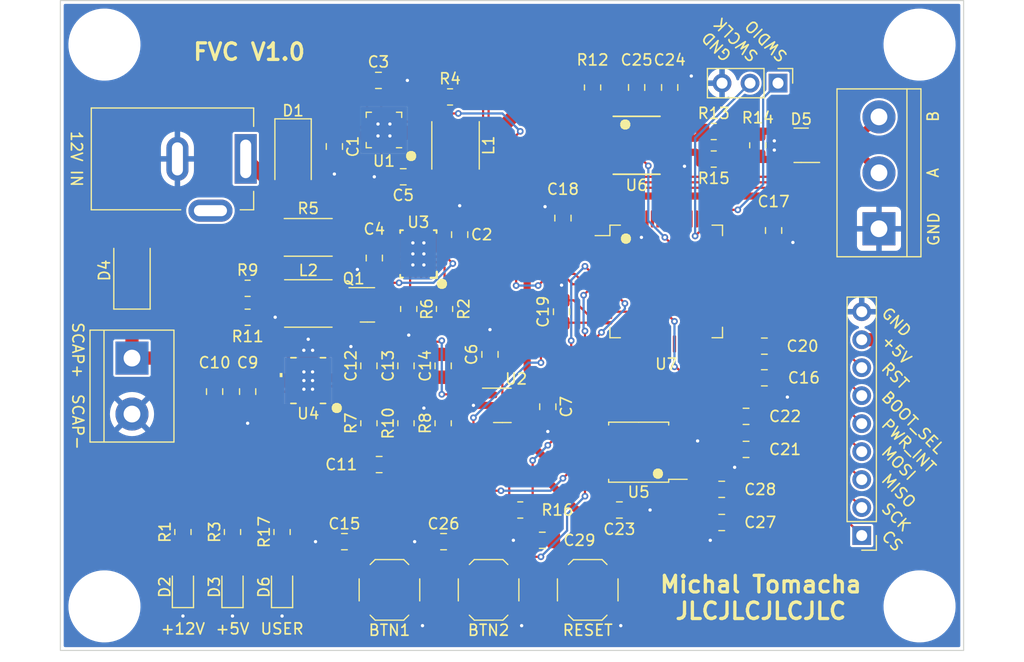
<source format=kicad_pcb>
(kicad_pcb (version 20221018) (generator pcbnew)
  (layers (0 "F.Cu" signal) (31 "B.Cu" signal) (34 "B.Paste" user) (35 "F.Paste" user) (36 "B.SilkS" user "B.Silkscreen") (37 "F.SilkS" user "F.Silkscreen") (38 "B.Mask" user) (39 "F.Mask" user) (44 "Edge.Cuts" user))
  (net 0 "")
  (net 1 "Net-(D1-K)")
  (net 2 "GND")
  (net 3 "+5V")
  (net 4 "Net-(U1-SS{slash}TR)")
  (net 5 "Net-(U1-FSW)")
  (net 6 "+3.3V")
  (net 7 "Net-(D4-K)")
  (net 8 "Net-(U4-VINA)")
  (net 9 "BTN1")
  (net 10 "BTN2")
  (net 11 "RST")
  (net 12 "Net-(D1-A)")
  (net 13 "Net-(D2-A)")
  (net 14 "Net-(D3-A)")
  (net 15 "Net-(D4-A)")
  (net 16 "SWDIO")
  (net 17 "SWCLK")
  (net 18 "BOOT_SPI_CS")
  (net 19 "BOOT_SPI_SCK")
  (net 20 "BOOT_SPI_MISO")
  (net 21 "BOOT_SPI_MOSI")
  (net 22 "PWR_INT")
  (net 23 "BOOT_SEL")
  (net 24 "Net-(L1-Pad1)")
  (net 25 "Net-(L2-Pad1)")
  (net 26 "Net-(L2-Pad2)")
  (net 27 "~{VPS}")
  (net 28 "VPS")
  (net 29 "PGOOD")
  (net 30 "Net-(U3-ILIM)")
  (net 31 "Net-(U4-FB)")
  (net 32 "VTH")
  (net 33 "RS485_RX")
  (net 39 "~{QSPI_CS}")
  (net 40 "QSPI_IO1")
  (net 41 "QSPI_IO2")
  (net 42 "QSPI_IO0")
  (net 43 "QSPI_CLK")
  (net 44 "QSPI_IO3")
  (net 45 "RS485_RE")
  (net 46 "RS485_SHDN")
  (net 47 "RS485_TX")
  (net 64 "Net-(D6-A)")
  (net 71 "ERST")
  (net 72 "/rs+")
  (net 73 "/rs-")
  (net 74 "/+")
  (net 75 "/-")
  (net 76 "Net-(U7-PC1)")
  (footprint "Capacitor_SMD:C_0805_2012Metric_Pad1.18x1.45mm_HandSolder" (layer "F.Cu") (at 83.5 89 -90)
    (fp_text reference "C10")
    (fp_text value "10u")
  )
  (footprint "Package_DFN_QFN:VQFN-16-1EP_3x3mm_P0.5mm_EP1.68x1.68mm_ThermalVias" (layer "F.Cu") (at 98.875 65.25 180)
    (fp_text reference "U1")
    (fp_text value "TPS62143")
  )
  (footprint "Capacitor_SMD:C_0805_2012Metric_Pad1.18x1.45mm_HandSolder" (layer "F.Cu") (at 133.4125 84.875)
    (fp_text reference "C20")
    (fp_text value "4.7u")
  )
  (footprint "Button_Switch_SMD:SW_Push_1P1T_XKB_TS-1187A" (layer "F.Cu") (at 99.375 107 180)
    (fp_text reference "SW1" hide)
    (fp_text value "SW_Push")
  )
  (footprint "Resistor_SMD:R_0805_2012Metric_Pad1.20x1.40mm_HandSolder" (layer "F.Cu") (at 104.375 81.5 90)
    (fp_text reference "R2")
    (fp_text value "100k")
  )
  (footprint "Connector_PinHeader_2.54mm:PinHeader_1x09_P2.54mm_Vertical" (layer "F.Cu") (at 142.25 102.07 180)
    (fp_text reference "J4" hide)
    (fp_text value "Conn_01x09_Pin")
  )
  (footprint "Capacitor_SMD:C_0805_2012Metric_Pad1.18x1.45mm_HandSolder" (layer "F.Cu") (at 120.25 99.75)
    (fp_text reference "C23")
    (fp_text value "0.1u")
  )
  (footprint "Capacitor_SMD:C_0805_2012Metric_Pad1.18x1.45mm_HandSolder" (layer "F.Cu") (at 104.2875 102.625 180)
    (fp_text reference "C26")
    (fp_text value "100n")
  )
  (footprint "Resistor_SMD:R_0805_2012Metric_Pad1.20x1.40mm_HandSolder" (layer "F.Cu") (at 97.509999 91.875 -90)
    (fp_text reference "R7")
    (fp_text value "1.6M")
  )
  (footprint "Resistor_SMD:R_0805_2012Metric_Pad1.20x1.40mm_HandSolder" (layer "F.Cu") (at 100.875 91.875 -90)
    (fp_text reference "R10")
    (fp_text value "180k")
  )
  (footprint "Resistor_SMD:R_0805_2012Metric_Pad1.20x1.40mm_HandSolder" (layer "F.Cu") (at 111.25 99.75)
    (fp_text reference "R16")
    (fp_text value "100k")
  )
  (footprint "Capacitor_SMD:C_0805_2012Metric_Pad1.18x1.45mm_HandSolder" (layer "F.Cu") (at 98.44 95.625001)
    (fp_text reference "C11")
    (fp_text value "1u")
  )
  (footprint "Inductor_SMD:L_Coilcraft_XxL4040" (layer "F.Cu") (at 105.375 66.65 -90)
    (fp_text reference "L1")
    (fp_text value "2.2u")
  )
  (footprint "LED_SMD:LED_0805_2012Metric_Pad1.15x1.40mm_HandSolder" (layer "F.Cu") (at 80.625 106.75 90)
    (fp_text reference "D2")
    (fp_text value "LED")
  )
  (footprint "LED_SMD:LED_0805_2012Metric_Pad1.15x1.40mm_HandSolder" (layer "F.Cu") (at 89.625 106.75 90)
    (fp_text reference "D6")
    (fp_text value "LED")
  )
  (footprint "Resistor_SMD:R_0805_2012Metric_Pad1.20x1.40mm_HandSolder" (layer "F.Cu") (at 132.815 66.64 -90)
    (fp_text reference "R14")
    (fp_text value "120")
  )
  (footprint "LED_SMD:LED_0805_2012Metric_Pad1.15x1.40mm_HandSolder" (layer "F.Cu") (at 85.125 106.75 90)
    (fp_text reference "D3")
    (fp_text value "LED")
  )
  (footprint "Button_Switch_SMD:SW_Push_1P1T_XKB_TS-1187A" (layer "F.Cu") (at 117.375 107 180)
    (fp_text reference "SW3" hide)
    (fp_text value "SW_Push")
  )
  (footprint "Resistor_SMD:R_2512_6332Metric_Pad1.40x3.35mm_HandSolder" (layer "F.Cu") (at 92 75 180)
    (fp_text reference "R5")
    (fp_text value "10")
  )
  (footprint "Connector_BarrelJack:BarrelJack_Kycon_KLDX-0202-xC_Horizontal" (layer "F.Cu") (at 86.325 67.875)
    (fp_text reference "J1" hide)
    (fp_text value "Jack-DC")
  )
  (footprint "Button_Switch_SMD:SW_Push_1P1T_XKB_TS-1187A" (layer "F.Cu") (at 108.375 107 180)
    (fp_text reference "SW2" hide)
    (fp_text value "SW_Push")
  )
  (footprint "Diode_SMD:D_SMA" (layer "F.Cu") (at 90.625 67.75 -90)
    (fp_text reference "D1")
    (fp_text value "B150-13-F")
  )
  (footprint "Resistor_SMD:R_0805_2012Metric_Pad1.20x1.40mm_HandSolder" (layer "F.Cu") (at 86.5 82.25)
    (fp_text reference "R11")
    (fp_text value "250k")
  )
  (footprint "PTHVD1426DR_fp:SOIC_1426DR_TEX" (layer "F.Cu") (at 121.815 66.64)
    (fp_text reference "U6")
    (fp_text value "PTHVD1426DR")
  )
  (footprint "Capacitor_SMD:C_0805_2012Metric_Pad1.18x1.45mm_HandSolder" (layer "F.Cu") (at 131.75 94.25 180)
    (fp_text reference "C21")
    (fp_text value "10n")
  )
  (footprint "Capacitor_SMD:C_0805_2012Metric_Pad1.18x1.45mm_HandSolder" (layer "F.Cu") (at 98.375 60.75)
    (fp_text reference "C3")
    (fp_text value "620p")
  )
  (footprint "Connector_PinHeader_2.54mm:PinHeader_1x03_P2.54mm_Vertical" (layer "F.Cu") (at 134.65 61 -90)
    (fp_text reference "J3" hide)
    (fp_text value "Conn_01x03_Pin")
  )
  (footprint "Package_TO_SOT_SMD:SOT-23" (layer "F.Cu") (at 97.375 81.125)
    (fp_text reference "Q1")
    (fp_text value "2N7002KW")
  )
  (footprint "Capacitor_SMD:C_0805_2012Metric_Pad1.18x1.45mm_HandSolder" (layer "F.Cu") (at 95.2875 102.625 180)
    (fp_text reference "C15")
    (fp_text value "100n")
  )
  (footprint "Package_TO_SOT_SMD:SOT-23" (layer "F.Cu") (at 136.7525 66.64 180)
    (fp_text reference "D5")
    (fp_text value "SM712_SOT23")
  )
  (footprint "Capacitor_SMD:C_0805_2012Metric_Pad1.18x1.45mm_HandSolder" (layer "F.Cu") (at 108.5 85.625 90)
    (fp_text reference "C6")
    (fp_text value "1u")
  )
  (footprint "Capacitor_SMD:C_0805_2012Metric_Pad1.18x1.45mm_HandSolder" (layer "F.Cu") (at 134.25 74.375 -90)
    (fp_text reference "C17")
    (fp_text value "100n")
  )
  (footprint "Resistor_SMD:R_0805_2012Metric_Pad1.20x1.40mm_HandSolder" (layer "F.Cu") (at 85.125 101.75 -90)
    (fp_text reference "R3")
    (fp_text value "1k")
  )
  (footprint "TPS63020DSJR_fp:DSJ14_2P85X1P58" (layer "F.Cu") (at 91.999999 87.999999 180)
    (fp_text reference "U4")
    (fp_text value "TPS63020DSJR")
  )
  (footprint "Capacitor_SMD:C_0805_2012Metric_Pad1.18x1.45mm_HandSolder" (layer "F.Cu") (at 133.4125 87.75)
    (fp_text reference "C16")
    (fp_text value "100n")
  )
  (footprint "Resistor_SMD:R_0805_2012Metric_Pad1.20x1.40mm_HandSolder" (layer "F.Cu") (at 117.815 61.39 -90)
    (fp_text reference "R12")
    (fp_text value "10k")
  )
  (footprint "Capacitor_SMD:C_0805_2012Metric_Pad1.18x1.45mm_HandSolder" (layer "F.Cu") (at 97.508699 86.662499 90)
    (fp_text reference "C12")
    (fp_text value "47u")
  )
  (footprint "Resistor_SMD:R_0805_2012Metric_Pad1.20x1.40mm_HandSolder" (layer "F.Cu") (at 86.5 79.625)
    (fp_text reference "R9")
    (fp_text value "1M")
  )
  (footprint "Capacitor_SMD:C_0805_2012Metric_Pad1.18x1.45mm_HandSolder" (layer "F.Cu") (at 115.125 73.25 90)
    (fp_text reference "C18")
    (fp_text value "100n")
  )
  (footprint "MountingHole:MountingHole_3.2mm_M3" (layer "F.Cu") (at 147.5 57.5)
    (fp_text reference "REF**" hide)
    (fp_text value "MountingHole_3.2mm_M3")
  )
  (footprint "MountingHole:MountingHole_3.2mm_M3" (layer "F.Cu") (at 147.5 108.5)
    (fp_text reference "REF**" hide)
    (fp_text value "MountingHole_3.2mm_M3")
  )
  (footprint "Capacitor_SMD:C_0805_2012Metric_Pad1.18x1.45mm_HandSolder" (layer "F.Cu") (at 124.815 61.39 90)
    (fp_text reference "C24")
    (fp_text value "0.1u")
  )
  (footprint "Capacitor_SMD:C_0805_2012Metric_Pad1.18x1.45mm_HandSolder" (layer "F.Cu") (at 115 81.75 90)
    (fp_text reference "C19")
    (fp_text value "100n")
  )
  (footprint "Capacitor_SMD:C_0805_2012Metric_Pad1.18x1.45mm_HandSolder" (layer "F.Cu") (at 104.25 86.662499 90)
    (fp_text reference "C14")
    (fp_text value "47u")
  )
  (footprint "MountingHole:MountingHole_3.2mm_M3" (layer "F.Cu") (at 73.5 108.5)
    (fp_text reference "REF**" hide)
    (fp_text value "MountingHole_3.2mm_M3")
  )
  (footprint "Resistor_SMD:R_0805_2012Metric_Pad1.20x1.40mm_HandSolder" (layer "F.Cu") (at 128.815 65.39)
    (fp_text reference "R13")
    (fp_text value "120")
  )
  (footprint "Capacitor_SMD:C_0805_2012Metric_Pad1.18x1.45mm_HandSolder" (layer "F.Cu") (at 113.75 90.375 -90)
    (fp_text reference "C7")
    (fp_text value "1u")
  )
  (footprint "Resistor_SMD:R_0805_2012Metric_Pad1.20x1.40mm_HandSolder" (layer "F.Cu") (at 128.815 67.89)
    (fp_text reference "R15")
    (fp_text value "120")
  )
  (footprint "Capacitor_SMD:C_0805_2012Metric_Pad1.18x1.45mm_HandSolder" (layer "F.Cu") (at 98 76.875 -90)
    (fp_text reference "C4")
    (fp_text value "1u")
  )
  (footprint "Package_QFP:LQFP-64_10x10mm_P0.5mm" (layer "F.Cu") (at 124.5 79)
    (fp_text reference "U7")
    (fp_text value "STM32G491RETx")
  )
  (footprint "Capacitor_SMD:C_0805_2012Metric_Pad1.18x1.45mm_HandSolder" (layer "F.Cu") (at 121.815 61.39 90)
    (fp_text reference "C25")
    (fp_text value "0.1u")
  )
  (footprint "Capacitor_SMD:C_0805_2012Metric_Pad1.18x1.45mm_HandSolder" (layer "F.Cu") (at 105.75 74.75 90)
    (fp_text reference "C2")
    (fp_text value "22u")
  )
  (footprint "Capacitor_SMD:C_0805_2012Metric_Pad1.18x1.45mm_HandSolder" (layer "F.Cu") (at 129.5375 97.875 180)
    (fp_text reference "C28")
    (fp_text value "1u")
  )
  (footprint "Diode_SMD:D_SMA" (layer "F.Cu") (at 76 78 90)
    (fp_text reference "D4")
    (fp_text value "B150-13-F")
  )
  (footprint "Capacitor_SMD:C_0805_2012Metric_Pad1.18x1.45mm_HandSolder" (layer "F.Cu") (at 131.75 91.25 180)
    (fp_text reference "C22")
    (fp_text value "1u")
  )
  (footprint "TerminalBlock:TerminalBlock_bornier-2_P5.08mm" (layer "F.Cu") (at 76 85.96 -90)
    (fp_text reference "C8" hide)
    (fp_text value "5")
  )
  (footprint "Capacitor_SMD:C_0805_2012Metric_Pad1.18x1.45mm_HandSolder" (layer "F.Cu") (at 94.375 66.75 -90)
    (fp_text reference "C1")
    (fp_text value "10u")
  )
  (footprint "Resistor_SMD:R_0805_2012Metric_Pad1.20x1.40mm_HandSolder" (layer "F.Cu") (at 89.625 101.75 -90)
    (fp_text reference "R17")
    (fp_text value "390")
  )
  (footprint "TPS25940ARVCR_fp:RVC0020A" (layer "F.Cu") (at 102 76.5 180)
    (fp_text reference "U3")
    (fp_text value "TPS25940ARVCR")
  )
  (footprint "Capacitor_SMD:C_0805_2012Metric_Pad1.18x1.45mm_HandSolder" (layer "F.Cu") (at 86.5 89 -90)
    (fp_text reference "C9")
    (fp_text value "10u")
  )
  (footprint "TerminalBlock:TerminalBlock_bornier-3_P5.08mm" (layer "F.Cu") (at 143.815 74.22 90)
    (fp_text reference "J2" hide)
    (fp_text value "Screw_Terminal_01x03")
  )
  (footprint "Resistor_SMD:R_0805_2012Metric_Pad1.20x1.40mm_HandSolder" (layer "F.Cu") (at 104.875 62.25)
    (fp_text reference "R4")
    (fp_text value "100k")
  )
  (footprint "Capacitor_SMD:C_0805_2012Metric_Pad1.18x1.45mm_HandSolder" (layer "F.Cu") (at 113.25 102.5 180)
    (fp_text reference "C29")
    (fp_text value "100n")
  )
  (footprint "Inductor_SMD:L_Coilcraft_XxL4040" (layer "F.Cu") (at 92.009999 80.999999)
    (fp_text reference "L2")
    (fp_text value "1u")
  )
  (footprint "Resistor_SMD:R_0805_2012Metric_Pad1.20x1.40mm_HandSolder" (layer "F.Cu") (at 104.25 91.875 -90)
    (fp_text reference "R8")
    (fp_text value "100k")
  )
  (footprint "Package_TO_SOT_SMD:SOT-23-5" (layer "F.Cu") (at 109.625 90.25)
    (fp_text reference "U2")
    (fp_text value "TLV75533PDBV")
  )
  (footprint "MountingHole:MountingHole_3.2mm_M3" (layer "F.Cu") (at 73.5 57.5)
    (fp_text reference "REF**" hide)
    (fp_text value "MountingHole_3.2mm_M3")
  )
  (footprint "Resistor_SMD:R_0805_2012Metric_Pad1.20x1.40mm_HandSolder" (layer "F.Cu") (at 80.625 101.75 -90)
    (fp_text reference "R1")
    (fp_text value "1k")
  )
  (footprint "Package_SO:SOIC-8_5.23x5.23mm_P1.27mm" (layer "F.Cu") (at 122 94.5 180)
    (fp_text reference "U5")
    (fp_text value "W25Q80DV")
  )
  (footprint "Capacitor_SMD:C_0805_2012Metric_Pad1.18x1.45mm_HandSolder" (layer "F.Cu") (at 100.875 86.6625 90)
    (fp_text reference "C13")
    (fp_text value "47u")
  )
  (footprint "Capacitor_SMD:C_0805_2012Metric_Pad1.18x1.45mm_HandSolder" (layer "F.Cu") (at 100.625 69.5 180)
    (fp_text reference "C5")
    (fp_text value "22u")
  )
  (footprint "Capacitor_SMD:C_0805_2012Metric_Pad1.18x1.45mm_HandSolder" (layer "F.Cu") (at 129.5375 100.885 180)
    (fp_text reference "C27")
    (fp_text value "100n")
  )
  (footprint "Resistor_SMD:R_0805_2012Metric_Pad1.20x1.40mm_HandSolder" (layer "F.Cu") (at 101.125 81.5 -90)
    (fp_text reference "R6")
    (fp_text value "24.9k")
  )
  (gr_rect (start 69.5 53.5) (end 151.5 112.5) (stroke (width 0.1)) (fill none) (layer "Edge.Cuts"))
  (gr_text "SCK" (at 144.25 99.295 315) (layer "F.SilkS") (effects (font (size 1 1)) (justify left)))
  (gr_text "12V IN" (at 70.375 67.875 270) (layer "F.SilkS") (effects (font (size 1 1)) (justify bottom)))
  (gr_text "●" (at 120.125 75.625) (layer "F.SilkS") (effects (font (size 1 1)) (justify left bottom)))
  (gr_text "●" (at 103.625 78.5 -90) (layer "F.SilkS") (effects (font (size 1 1)) (justify left bottom)))
  (gr_text "B" (at 149.315 64.015 90) (layer "F.SilkS") (effects (font (size 1 1)) (justify bottom)))
  (gr_text "RESET" (at 117.375 111.25) (layer "F.SilkS") (effects (font (size 1 1)) (justify bottom)))
  (gr_text "+5V" (at 144.25 84.045 315) (layer "F.SilkS") (effects (font (size 1 1)) (justify left)))
  (gr_text "SWDIO" (at 134 56.75 135) (layer "F.SilkS") (effects (font (size 1 1)) (justify bottom)))
  (gr_text "MOSI" (at 144.25 94.17 315) (layer "F.SilkS") (effects (font (size 1 1)) (justify left)))
  (gr_text "USER" (at 89.625 111.125) (layer "F.SilkS") (effects (font (size 1 1)) (justify bottom)))
  (gr_text "SCAP+" (at 70.5 85.25 270) (layer "F.SilkS") (effects (font (size 1 1)) (justify bottom)))
  (gr_text "MISO" (at 144.25 96.67 315) (layer "F.SilkS") (effects (font (size 1 1)) (justify left)))
  (gr_text "Michal Tomacha\nJLCJLCJLCJLC" (at 133.09 109.8) (layer "F.SilkS") (effects (font (size 1.5 1.5) (thickness 0.3) bold) (justify bottom)))
  (gr_text "●" (at 93.875 91) (layer "F.SilkS") (effects (font (size 1 1)) (justify left bottom)))
  (gr_text "●" (at 120.065 65.265) (layer "F.SilkS") (effects (font (size 1 1)) (justify left bottom)))
  (gr_text "PWR_INT" (at 144.25 91.67 315) (layer "F.SilkS") (effects (font (size 1 1)) (justify left)))
  (gr_text "SWCLK" (at 131.25 56.625 135) (layer "F.SilkS") (effects (font (size 1 1)) (justify bottom)))
  (gr_text "GND" (at 129.5 57.25 135) (layer "F.SilkS") (effects (font (size 1 1)) (justify bottom)))
  (gr_text "BTN1" (at 99.375 111.25) (layer "F.SilkS") (effects (font (size 1 1)) (justify bottom)))
  (gr_text "GND" (at 149.375 74.25 90) (layer "F.SilkS") (effects (font (size 1 1)) (justify bottom)))
  (gr_text "CS" (at 144.25 101.795 315) (layer "F.SilkS") (effects (font (size 1 1)) (justify left)))
  (gr_text "●" (at 123.75 96.375) (layer "F.SilkS") (effects (font (size 1 1))))
  (gr_text "GND" (at 144.25 81.545 315) (layer "F.SilkS") (effects (font (size 1 1)) (justify left)))
  (gr_text "FVC V1.0" (at 81.41 59.04) (layer "F.SilkS") (effects (font (size 1.5 1.5) (thickness 0.3) bold) (justify left bottom)))
  (gr_text "+12V" (at 80.625 111.125) (layer "F.SilkS") (effects (font (size 1 1)) (justify bottom)))
  (gr_text "RST" (at 144.25 86.545 315) (layer "F.SilkS") (effects (font (size 1 1)) (justify left)))
  (gr_text "●" (at 100.625 68.125) (layer "F.SilkS") (effects (font (size 1 1)) (justify left bottom)))
  (gr_text "+5V" (at 85.125 111.125) (layer "F.SilkS") (effects (font (size 1 1)) (justify bottom)))
  (gr_text "BTN2" (at 108.375 111.25) (layer "F.SilkS") (effects (font (size 1 1)) (justify bottom)))
  (gr_text "A" (at 149.315 69.14 90) (layer "F.SilkS") (effects (font (size 1 1)) (justify bottom)))
  (gr_text "BOOT_SEL" (at 144.25 89.17 315) (layer "F.SilkS") (effects (font (size 1 1)) (justify left)))
  (gr_text "SCAP-" (at 70.5 91.75 270) (layer "F.SilkS") (effects (font (size 1 1)) (justify bottom)))
  (segment (start 97.4125 65) (end 96.625 65) (width 0.25) (layer "F.Cu") (net 1))
  (segment (start 97.4125 66.3325) (end 97.4125 66) (width 0.25) (layer "F.Cu") (net 1))
  (segment (start 94.3375 65.75) (end 94.375 65.7125) (width 1.2) (layer "F.Cu") (net 1))
  (segment (start 97.7925 66.7125) (end 97.4125 66.3325) (width 0.25) (layer "F.Cu") (net 1))
  (segment (start 97.4125 66) (end 94.6625 66) (width 0.25) (layer "F.Cu") (net 1))
  (segment (start 94.625 64.625) (end 94.375 64.875) (width 0.25) (layer "F.Cu") (net 1))
  (segment (start 94.6625 66) (end 94.375 65.7125) (width 0.25) (layer "F.Cu") (net 1))
  (segment (start 98.125 66.7125) (end 97.7925 66.7125) (width 0.25) (layer "F.Cu") (net 1))
  (segment (start 94.375 64.875) (end 94.375 65.7125) (width 0.25) (layer "F.Cu") (net 1))
  (segment (start 96.625 65) (end 96.25 64.625) (width 0.25) (layer "F.Cu") (net 1))
  (segment (start 94.5875 65.5) (end 94.375 65.7125) (width 0.2) (layer "F.Cu") (net 1))
  (segment (start 96.25 64.625) (end 94.625 64.625) (width 0.25) (layer "F.Cu") (net 1))
  (segment (start 97.4125 65.5) (end 94.5875 65.5) (width 0.2) (layer "F.Cu") (net 1))
  (segment (start 90.625 65.75) (end 94.3375 65.75) (width 1.2) (layer "F.Cu") (net 1))
  (segment (start 108.5 84.5875) (end 108.5 83.465) (width 0.65) (layer "F.Cu") (net 2))
  (segment (start 101.25 77.75) (end 101.5 77.5) (width 0.2) (layer "F.Cu") (net 2))
  (segment (start 100.000001 92.875) (end 100.875 92.875) (width 0.2) (layer "F.Cu") (net 2))
  (segment (start 89.625 107.775) (end 89.625 109.375) (width 0.2) (layer "F.Cu") (net 2))
  (segment (start 130.175 75.75) (end 133.9125 75.75) (width 0.2) (layer "F.Cu") (net 2))
  (segment (start 102.249999 92.875) (end 100.875 92.875) (width 0.2) (layer "F.Cu") (net 2))
  (segment (start 135.815 66.64) (end 134.75 66.64) (width 0.65) (layer "F.Cu") (net 2))
  (segment (start 99.125 65.5) (end 98.875 65.25) (width 0.2) (layer "F.Cu") (net 2))
  (segment (start 108.5 83.375) (end 108.5 84.5875) (width 0.65) (layer "F.Cu") (net 2))
  (segment (start 80.625 107.775) (end 80.625 109.375) (width 0.2) (layer "F.Cu") (net 2))
  (segment (start 99.625 64.5) (end 99.465 64.66) (width 0.2) (layer "F.Cu") (net 2))
  (segment (start 134.45 88.45) (end 135.5 89.5) (width 0.65) (layer "F.Cu") (net 2))
  (segment (start 113.5 72.2125) (end 115.125 72.2125) (width 0.65) (layer "F.Cu") (net 2))
  (segment (start 126.465 92.595) (end 125.6 92.595) (width 0.65) (layer "F.Cu") (net 2))
  (segment (start 134.625 83.75) (end 134.625 84.7) (width 0.2) (layer "F.Cu") (net 2))
  (segment (start 104.249999 85.625) (end 104.25 85.624999) (width 1.2) (layer "F.Cu") (net 2))
  (segment (start 99.5875 69.5) (end 98 69.5) (width 1.2) (layer "F.Cu") (net 2))
  (segment (start 127.75 84.675) (end 127.75 83.75) (width 0.2) (layer "F.Cu") (net 2))
  (segment (start 121.815 60.3525) (end 124.815 60.3525) (width 0.65) (layer "F.Cu") (net 2))
  (segment (start 134.25 84) (end 134.25 84.675) (width 0.2) (layer "F.Cu") (net 2))
  (segment (start 100.6 77.250001) (end 101.250001 77.250001) (width 0.2) (layer "F.Cu") (net 2))
  (segment (start 136 75.46) (end 134.2975 75.46) (width 0.65) (layer "F.Cu") (net 2))
  (segment (start 92.6063 89) (end 92.393699 88.787399) (width 0.25) (layer "F.Cu") (net 2))
  (segment (start 94.375 67.7875) (end 94.375 69.25) (width 1.2) (layer "F.Cu") (net 2))
  (segment (start 99.5 65.875) (end 98.875 65.25) (width 0.2) (layer "F.Cu") (net 2))
  (segment (start 99.125 63.7875) (end 99.125 65) (width 0.2) (layer "F.Cu") (net 2))
  (segment (start 99.625 63.7875) (end 99.625 64.5) (width 0.2) (layer "F.Cu") (net 2))
  (segment (start 134.45 84.875) (end 134.45 87.75) (width 0.65) (layer "F.Cu") (net 2))
  (segment (start 121.25 73.325) (end 121.25 72.375) (width 0.2) (layer "F.Cu") (net 2))
  (segment (start 113.75 92.625) (end 113.75 91.5375) (width 0.65) (layer "F.Cu") (net 2))
  (segment (start 102.5 90.500001) (end 102.5 92.624999) (width 0.2) (layer "F.Cu") (net 2))
  (segment (start 87.5 82.25) (end 89 82.25) (width 0.2) (layer "F.Cu") (net 2))
  (segment (start 101.125 82.5) (end 101.125 83.875) (width 0.2) (layer "F.Cu") (net 2))
  (segment (start 135.815 66.64) (end 134.72 66.64) (width 0.65) (layer "F.Cu") (net 2))
  (segment (start 86.5 90.0375) (end 86.5 91.875) (width 1.2) (layer "F.Cu") (net 2))
  (segment (start 127.9 83.6) (end 133.85 83.6) (width 0.2) (layer "F.Cu") (net 2))
  (segment (start 97.508699 85.624999) (end 96.587499 85.624999) (width 1.2) (layer "F.Cu") (net 2))
  (segment (start 134.72 66.64) (end 134.315 66.235) (width 0.65) (layer "F.Cu") (net 2))
  (segment (start 100.875 85.625) (end 97.5087 85.625) (width 1.2) (layer "F.Cu") (net 2))
  (segment (start 105.375 108.875) (end 111.375 108.875) (width 0.2) (layer "F.Cu") (net 2))
  (segment (start 110.625 102.5) (end 112.2125 102.5) (width 0.2) (layer "F.Cu") (net 2))
  (segment (start 83.5 90.0375) (end 86.5 90.0375) (width 1.2) (layer "F.Cu") (net 2))
  (segment (start 98.125 63.7875) (end 98.125 64.5) (width 0.2) (layer "F.Cu") (net 2))
  (segment (start 134.75 66.64) (end 134.315 67.075) (width 0.65) (layer "F.Cu") (net 2))
  (segment (start 99.125 65) (end 98.875 65.25) (width 0.2) (layer "F.Cu") (net 2))
  (segment (start 120.375 108.875) (end 120.375 110.25) (width 0.2) (layer "F.Cu") (net 2))
  (segment (start 96.4375 82.075) (end 97.508699 83.146199) (width 0.2) (layer "F.Cu") (net 2))
  (segment (start 115 79.34) (end 115 80.7125) (width 0.65) (layer "F.Cu") (net 2))
  (segment (start 126.7775 60.3525) (end 124.815 60.3525) (width 0.65) (layer "F.Cu") (net 2))
  (segment (start 97.5087 85.625) (end 97.508699 85.624999) (width 1.2) (layer "F.Cu") (net 2))
  (segment (start 103.4 77.75) (end 102.75 77.75) (width 0.2) (layer "F.Cu") (net 2))
  (segment (start 107 90.25) (end 108.4875 90.25) (width 0.65) (layer "F.Cu") (net 2))
  (segment (start 117.625 82.25) (end 116.0875 80.7125) (width 0.2) (layer "F.Cu") (net 2))
  (segment (start 113.75 91.5375) (end 113.625 91.4125) (width 0.65) (layer "F.Cu") (net 2))
  (segment (start 97.508699 83.146199) (end 97.508699 85.624999) (width 0.2) (layer "F.Cu") (net 2))
  (segment (start 99.625 66.7125) (end 99.5 66.5875) (width 0.2) (layer "F.Cu") (net 2))
  (segment (start 130.7125 95.875) (end 130.7125 94.25) (width 0.65) (layer "F.Cu") (net 2))
  (segment (start 100.875 85.625) (end 104.249999 85.625) (width 1.2) (layer "F.Cu") (net 2))
  (segment (start 99.4775 95.625001) (end 99.4775 93.397501) (width 0.2) (layer "F.Cu") (net 2))
  (segment (start 99.5 66.5875) (end 99.5 65.875) (width 0.2) (layer "F.Cu") (net 2))
  (segment (start 85.125 107.775) (end 85.125 109.375) (width 0.2) (layer "F.Cu") (net 2))
  (segment (start 118.825 82.25) (end 117.625 82.25) (width 0.2) (layer "F.Cu") (net 2))
  (segment (start 101.250001 77.250001) (end 101.5 77.5) (width 0.2) (layer "F.Cu") (net 2))
  (segment (start 128.5 102.5) (end 128.5 100.885) (width 0.65) (layer "F.Cu") (net 2))
  (segment (start 134.125 83.25) (end 134.625 83.75) (width 0.2) (layer "F.Cu") (net 2))
  (segment (start 128.5 97.875) (end 128.5 100.885) (width 0.65) (layer "F.Cu") (net 2))
  (segment (start 126.25 83.25) (end 134.125 83.25) (width 0.2) (layer "F.Cu") (net 2))
  (segment (start 102.5 92.624999) (end 102.249999 92.875) (width 0.2) (layer "F.Cu") (net 2))
  (segment (start 93.509999 89) (end 92.6063 89) (width 0.25) (layer "F.Cu") (net 2))
  (segment (start 121.25 72.375) (end 120.875 72) (width 0.2) (layer "F.Cu") (net 2))
  (segment (start 134.2975 75.46) (end 134.25 75.4125) (width 0.65) (layer "F.Cu") (net 2))
  (segment (start 126.13 92.595) (end 125.6 92.595) (width 0.65) (layer "F.Cu") (net 2))
  (segment (start 134.625 84.7) (end 134.45 84.875) (width 0.2) (layer "F.Cu") (net 2))
  (segment (start 120.875 72) (end 115.3375 72) (width 0.2) (layer "F.Cu") (net 2))
  (segment (start 134.45 87.75) (end 134.45 88.45) (width 0.65) (layer "F.Cu") (net 2))
  (segment (start 125.75 83.75) (end 126.25 83.25) (width 0.2) (layer "F.Cu") (net 2))
  (segment (start 98.125 64.5) (end 98.875 65.25) (width 0.2) (layer "F.Cu") (net 2))
  (segment (start 134.25 84.675) (end 134.45 84.875) (width 0.2) (layer "F.Cu") (net 2))
  (segment (start 115.3375 72) (end 115.125 72.2125) (width 0.2) (layer "F.Cu") (net 2))
  (segment (start 130.7125 94.25) (end 130.7125 91.25) (width 0.65) (layer "F.Cu") (net 2))
  (segment (start 134.315 67.075) (end 134.315 66.235) (width 0.65) (layer "F.Cu") (net 2))
  (segment (start 127.35 93.48) (end 126.465 92.595) (width 0.65) (layer "F.Cu") (net 2))
  (segment (start 99.125 66.7125) (end 99.125 65.5) (width 0.2) (layer "F.Cu") (net 2))
  (segment (start 121.2875 99.75) (end 123.035 99.75) (width 0.65) (layer "F.Cu") (net 2))
  (segment (start 99.4125 60.75) (end 101 60.75) (width 0.2) (layer "F.Cu") (net 2))
  (segment (start 116.0875 80.7125) (end 115 80.7125) (width 0.2) (layer "F.Cu") (net 2))
  (segment (start 102.75 77.75) (end 102.5 77.5) (width 0.2) (layer "F.Cu") (net 2))
  (segment (start 99.4775 93.397501) (end 100.000001 92.875) (width 0.2) (layer "F.Cu") (net 2))
  (segment (start 103.25 102.625) (end 101.6625 102.625) (width 0.2) (layer "F.Cu") (net 2))
  (segment (start 100.6 77.75) (end 101.25 77.75) (width 0.2) (layer "F.Cu") (net 2))
  (segment (start 122.25 73.325) (end 122.25 75) (width 0.2) (layer "F.Cu") (net 2))
  (segment (start 105.75 73.7125) (end 105.75 72.125) (width 1.2) (layer "F.Cu") (net 2))
  (segment (start 102.375 108.875) (end 102.375 110.25) (width 0.2) (layer "F.Cu") (net 2))
  (segment (start 124.53915 68.545) (end 126.16 68.545) (width 0.65) (layer "F.Cu") (net 2))
  (segment (start 111.375 108.875) (end 111.375 110.25) (width 0.2) (layer "F.Cu") (net 2))
  (segment (start 133.9125 75.75) (end 134.25 75.4125) (width 0.2) (layer "F.Cu") (net 2))
  (segment (start 96.4625 77.9125) (end 98 77.9125) (width 1.2) (layer "F.Cu") (net 2))
  (segment (start 115 80.7125) (end 115 79.5) (width 0.65) (layer "F.Cu") (net 2))
  (segment (start 96.375 108.875) (end 102.375 108.875) (width 0.2) (layer "F.Cu") (net 2))
  (segment (start 133.85 83.6) (end 134.25 84) (width 0.2) (layer "F.Cu") (net 2))
  (segment (start 94.25 102.625) (end 92.6625 102.625) (width 0.2) (layer "F.Cu") (net 2))
  (segment (start 125.75 84.675) (end 125.75 83.75) (width 0.2) (layer "F.Cu") (net 2))
  (segment (start 127.75 83.75) (end 127.9 83.6) (width 0.2) (layer "F.Cu") (net 2))
  (segment (start 96.587499 85.624999) (end 95.875 84.9125) (width 1.2) (layer "F.Cu") (net 2))
  (segment (start 114.375 108.875) (end 120.375 108.875) (width 0.2) (layer "F.Cu") (net 2))
  (via (at 123.035 99.75) (size 0.6) (drill 0.3) (layers "F.Cu" "B.Cu") (net 2))
  (via (at 94.375 69.25) (size 0.6) (drill 0.3) (layers "F.Cu" "B.Cu") (net 2))
  (via (at 135.5 89.5) (size 0.6) (drill 0.3) (layers "F.Cu" "B.Cu") (net 2))
  (via (at 86.5 91.875) (size 0.6) (drill 0.3) (layers "F.Cu" "B.Cu") (net 2))
  (via (at 101.6625 102.625) (size 0.6) (drill 0.3) (layers "F.Cu" "B.Cu") (net 2))
  (via (at 102.5 90.500001) (size 0.6) (drill 0.3) (layers "F.Cu" "B.Cu") (net 2))
  (via (at 96.4625 77.9125) (size 0.6) (drill 0.3) (layers "F.Cu" "B.Cu") (net 2))
  (via (at 113.5 72.2125) (size 0.6) (drill 0.3) (layers "F.Cu" "B.Cu") (net 2))
  (via (at 89 82.25) (size 0.6) (drill 0.3) (layers "F.Cu" "B.Cu") (net 2))
  (via (at 92.6625 102.625) (size 0.6) (drill 0.3) (layers "F.Cu" "B.Cu") (net 2))
  (via (at 136 75.46) (size 0.6) (drill 0.3) (layers "F.Cu" "B.Cu") (net 2))
  (via (at 89.625 109.375) (size 0.6) (drill 0.3) (layers "F.Cu" "B.Cu") (net 2))
  (via (at 113.75 92.625) (size 0.6) (drill 0.3) (layers "F.Cu" "B.Cu") (net 2))
  (via (at 134.315 67.075) (size 0.6) (drill 0.3) (layers "F.Cu" "B.Cu") (net 2))
  (via (at 95.875 84.9125) (size 0.6) (drill 0.3) (layers "F.Cu" "B.Cu") (net 2))
  (via (at 101 60.75) (size 0.6) (drill 0.3) (layers "F.Cu" "B.Cu") (net 2))
  (via (at 134.315 66.235) (size 0.6) (drill 0.3) (layers "F.Cu" "B.Cu") (net 2))
  (via (at 98 69.5) (size 0.6) (drill 0.3) (layers "F.Cu" "B.Cu") (net 2))
  (via (at 127.35 93.48) (size 0.6) (drill 0.3) (layers "F.Cu" "B.Cu") (net 2))
  (via (at 111.375 110.25) (size 0.6) (drill 0.3) (layers "F.Cu" "B.Cu") (net 2))
  (via (at 126.7775 60.3525) (size 0.6) (drill 0.3) (layers "F.Cu" "B.Cu") (net 2))
  (via (at 101.125 83.875) (size 0.6) (drill 0.3) (layers "F.Cu" "B.Cu") (net 2))
  (via (at 91.6 85.25) (size 0.6) (drill 0.3) (layers "F.Cu" "B.Cu") (net 2))
  (via (at 126.16 68.545) (size 0.6) (drill 0.3) (layers "F.Cu" "B.Cu") (net 2))
  (via (at 110.625 102.5) (size 0.6) (drill 0.3) (layers "F.Cu" "B.Cu") (net 2))
  (via (at 128.5 102.5) (size 0.6) (drill 0.3) (layers "F.Cu" "B.Cu") (net 2))
  (via (at 80.625 109.375) (size 0.6) (drill 0.3) (layers "F.Cu" "B.Cu") (net 2))
  (via (at 105.75 72.125) (size 0.6) (drill 0.3) (layers "F.Cu" "B.Cu") (net 2))
  (via (at 108.5 83.375) (size 0.6) (drill 0.3) (layers "F.Cu" "B.Cu") (net 2))
  (via (at 115 79.34) (size 0.6) (drill 0.3) (layers "F.Cu" "B.Cu") (net 2))
  (via (at 92 84.25) (size 0.6) (drill 0.3) (layers "F.Cu" "B.Cu") (net 2))
  (via (at 85.125 109.375) (size 0.6) (drill 0.3) (layers "F.Cu" "B.Cu") (net 2))
  (via (at 107 90.25) (size 0.6) (drill 0.3) (layers "F.Cu" "B.Cu") (net 2))
  (via (at 102.375 110.25) (size 0.6) (drill 0.3) (layers "F.Cu" "B.Cu") (net 2))
  (via (at 92.4 85.25) (size 0.6) (drill 0.3) (layers "F.Cu" "B.Cu") (net 2))
  (via (at 130.7125 95.875) (size 0.6) (drill 0.3) (layers "F.Cu" "B.Cu") (net 2))
  (via (at 120.375 110.25) (size 0.6) (drill 0.3) (layers "F.Cu" "B.Cu") (net 2))
  (via (at 122.25 75) (size 0.6) (drill 0.3) (layers "F.Cu" "B.Cu") (net 2))
  (segment (start 145 61.25) (end 147.5 63.75) (width 1.2) (layer "F.Cu") (net 3))
  (segment (start 85.125 99.8125) (end 85.125 100.75) (width 0.2) (layer "F.Cu") (net 3))
  (segment (start 103.4 75.749999) (end 105.712499 75.749999) (width 0.2) (layer "F.Cu") (net 3))
  (segment (start 102.750001 74.600001) (end 103.100001 74.600001) (width 0.2) (layer "F.Cu") (net 3))
  (segment (start 108.4875 91.2) (end 109.175 91.2) (width 0.2) (layer "F.Cu") (net 3))
  (segment (start 137.125 58.25) (end 140.125 61.25) (width 1.2) (layer "F.Cu") (net 3))
  (segment (start 86.9375 98) (end 85.125 99.8125) (width 0.2) (layer "F.Cu") (net 3))
  (segment (start 103.4 76.25) (end 105.2875 76.25) (width 0.2) (layer "F.Cu") (net 3))
  (segment (start 105.425001 87.699999) (end 105.875 87.25) (width 1.2) (layer "F.Cu") (net 3))
  (segment (start 95.625 88.249999) (end 95.375 87.999999) (width 0.2) (layer "F.Cu") (net 3))
  (segment (start 105.5 83.625) (end 105.5 86.875) (width 0.2) (layer "F.Cu") (net 3))
  (segment (start 106.5 82) (end 106.5 78.625) (width 1.2) (layer "F.Cu") (net 3))
  (segment (start 104.249999 87.7) (end 104.25 87.699999) (width 1.2) (layer "F.Cu") (net 3))
  (segment (start 105.2125 75.25) (end 105.75 75.7875) (width 0.2) (layer "F.Cu") (net 3))
  (segment (start 105.712499 75.749999) (end 105.75 75.7875) (width 0.2) (layer "F.Cu") (net 3))
  (segment (start 100.875 87.7) (end 97.5087 87.7) (width 1.2) (layer "F.Cu") (net 3))
  (segment (start 95.875 88) (end 95.875 87.499997) (width 0.2) (layer "F.Cu") (net 3))
  (segment (start 147.5 63.75) (end 147.5 80.875) (width 1.2) (layer "F.Cu") (net 3))
  (segment (start 106.5 78.625) (end 109.625 75.5) (width 1.2) (layer "F.Cu") (net 3))
  (segment (start 104.25 90.875) (end 102.375 89) (width 0.2) (layer "F.Cu") (net 3))
  (segment (start 105.4125 76.25) (end 105.875 75.7875) (width 0.2) (layer "F.Cu") (net 3))
  (segment (start 97.308697 87.499997) (end 97.508699 87.699999) (width 0.2) (layer "F.Cu") (net 3))
  (segment (start 107.55 89.3) (end 106.75 88.5) (width 0.65) (layer "F.Cu") (net 3))
  (segment (start 106 88.274998) (end 106 93.25) (width 0.2) (layer "F.Cu") (net 3))
  (segment (start 109.625 75.5) (end 109.625 65) (width 1.2) (layer "F.Cu") (net 3))
  (segment (start 108.5 89.2875) (end 108.4875 89.3) (width 0.65) (layer "F.Cu") (net 3))
  (segment (start 109.625 65) (end 116.375 58.25) (width 1.2) (layer "F.Cu") (net 3))
  (segment (start 97.5087 87.7) (end 97.508699 87.699999) (width 1.2) (layer "F.Cu") (net 3))
  (segment (start 97.2212 87.4125) (end 97.508699 87.699999) (width 0.2) (layer "F.Cu") (net 3))
  (segment (start 109.175 91.2) (end 109.625 90.75) (width 0.2) (layer "F.Cu") (net 3))
  (segment (start 100.875 87.7) (end 104.249999 87.7) (width 1.2) (layer "F.Cu") (net 3))
  (segment (start 109.625 90.75) (end 109.625 87.125) (width 0.2) (layer "F.Cu") (net 3))
  (segment (start 93.509999 87.999999) (end 95.375 87.999999) (width 0.2) (layer "F.Cu") (net 3))
  (segment (start 96.875 89) (end 95.875 88) (width 0.2) (layer "F.Cu") (net 3))
  (segment (start 140.125 61.25) (end 145 61.25) (width 1.2) (layer "F.Cu") (net 3))
  (segment (start 93.509999 87.499997) (end 95.875 87.499997) (width 0.2) (layer "F.Cu") (net 3))
  (segment (start 102.25 74.600001) (end 102.750001 74.600001) (width 0.2) (layer "F.Cu") (net 3))
  (segment (start 105.425001 87.699999) (end 106 88.274998) (width 0.2) (layer "F.Cu") (net 3))
  (segment (start 105.5 86.875) (end 105.875 87.25) (width 0.2) (layer "F.Cu") (net 3))
  (segment (start 103.4 75.25) (end 105.2125 75.25) (width 0.2) (layer "F.Cu") (net 3))
  (segment (start 108.4875 89.3) (end 107.55 89.3) (width 0.65) (layer "F.Cu") (net 3))
  (segment (start 105.875 87.25) (end 106.5 86.625) (width 1.2) (layer "F.Cu") (net 3))
  (segment (start 97.509999 90.875) (end 97.5 90.875) (width 0.2) (layer "F.Cu") (net 3))
  (segment (start 95.875 87.499997) (end 97.308697 87.499997) (width 0.2) (layer "F.Cu") (net 3))
  (segment (start 97.5 90.875) (end 95.625 89) (width 0.2) (layer "F.Cu") (net 3))
  (segment (start 95.625 89) (end 95.625 88.249999) (width 0.2) (layer "F.Cu") (net 3))
  (segment (start 144.085 84.29) (end 142.25 84.29) (width 1.2) (layer "F.Cu") (net 3))
  (segment (start 109.625 87.125) (end 109.1625 86.6625) (width 0.2) (layer "F.Cu") (net 3))
  (segment (start 106.5 76.5375) (end 105.75 75.7875) (width 1.2) (layer "F.Cu") (net 3))
  (segment (start 102.375 89) (end 96.875 89) (width 0.2) (layer "F.Cu") (net 3))
  (segment (start 108.5 86.6625) (end 108.5 89.2875) (width 0.65) (layer "F.Cu") (net 3))
  (segment (start 109.1625 86.6625) (end 108.5 86.6625) (width 0.2) (layer "F.Cu") (net 3))
  (segment (start 106 93.25) (end 101.25 98) (width 0.2) (layer "F.Cu") (net 3))
  (segment (start 103.4 74.9) (end 103.4 75.25) (width 0.2) (layer "F.Cu") (net 3))
  (segment (start 116.375 58.25) (end 137.125 58.25) (width 1.2) (layer "F.Cu") (net 3))
  (segment (start 97.208699 87.999999) (end 97.508699 87.699999) (width 0.2) (layer "F.Cu") (net 3))
  (segment (start 106.5 76.5375) (end 106.5 82) (width 1.2) (layer "F.Cu") (net 3))
  (segment (start 106.5 86.625) (end 106.5 82) (width 1.2) (layer "F.Cu") (net 3))
  (segment (start 147.5 80.875) (end 144.085 84.29) (width 1.2) (layer "F.Cu") (net 3))
  (segment (start 101.25 98) (end 86.9375 98) (width 0.2) (layer "F.Cu") (net 3))
  (segment (start 105.212499 75.749999) (end 105.25 75.7875) (width 0.2) (layer "F.Cu") (net 3))
  (segment (start 95.375 87.999999) (end 97.208699 87.999999) (width 0.2) (layer "F.Cu") (net 3))
  (segment (start 105.425001 87.699999) (end 104.25 87.699999) (width 1.2) (layer "F.Cu") (net 3))
  (segment (start 106.75 88.5) (end 106.75 86.875) (width 0.65) (layer "F.Cu") (net 3))
  (segment (start 104.375 82.5) (end 105.5 83.625) (width 0.2) (layer "F.Cu") (net 3))
  (segment (start 105.2875 76.25) (end 105.75 75.7875) (width 0.2) (layer "F.Cu") (net 3))
  (segment (start 103.100001 74.600001) (end 103.4 74.9) (width 0.2) (layer "F.Cu") (net 3))
  (segment (start 106.75 86.875) (end 106.5 86.625) (width 0.65) (layer "F.Cu") (net 3))
  (segment (start 97.4125 64.5) (end 97.3375 64.425) (width 0.2) (layer "F.Cu") (net 4))
  (segment (start 97.3375 64.425) (end 97.3375 60.75) (width 0.2) (layer "F.Cu") (net 4))
  (segment (start 107.875 67.125) (end 107.375 67.625) (width 0.2) (layer "F.Cu") (net 5))
  (segment (start 107.375 67.625) (end 105.585 67.625) (width 0.2) (layer "F.Cu") (net 5))
  (segment (start 80.625 100.75) (end 80.625 100.125) (width 0.2) (layer "F.Cu") (net 5))
  (segment (start 100.6 75.25) (end 98.5875 75.25) (width 0.2) (layer "F.Cu") (net 5))
  (segment (start 100.75 62.25) (end 99.25 62.25) (width 0.2) (layer "F.Cu") (net 5))
  (segment (start 99.25 62.25) (end 98.625 62.875) (width 0.2) (layer "F.Cu") (net 5))
  (segment (start 101.249999 74.600001) (end 101.75 74.600001) (width 0.2) (layer "F.Cu") (net 5))
  (segment (start 98.375 76.75) (end 98 76.375) (width 0.2) (layer "F.Cu") (net 5))
  (segment (start 100.6 76.75) (end 98.375 76.75) (width 0.2) (layer "F.Cu") (net 5))
  (segment (start 105.875 62.25) (end 106.75 62.25) (width 0.2) (layer "F.Cu") (net 5))
  (segment (start 80.625 100.125) (end 73.625 93.125) (width 0.2) (layer "F.Cu") (net 5))
  (segment (start 98 76.375) (end 98 75.8375) (width 0.2) (layer "F.Cu") (net 5))
  (segment (start 105.375 67.835) (end 105.665 68.125) (width 0.2) (layer "F.Cu") (net 5))
  (segment (start 107.875 63.375) (end 107.875 67.125) (width 0.2) (layer "F.Cu") (net 5))
  (segment (start 98.625 67.5) (end 99.345 68.22) (width 0.2) (layer "F.Cu") (net 5))
  (segment (start 83.75 78) (end 84.375 77.375) (width 0.2) (layer "F.Cu") (net 5))
  (segment (start 98.087501 75.749999) (end 98 75.8375) (width 0.2) (layer "F.Cu") (net 5))
  (segment (start 100.6 76.25) (end 98.4125 76.25) (width 0.2) (layer "F.Cu") (net 5))
  (segment (start 99.345 68.22) (end 101.845 68.22) (width 0.2) (layer "F.Cu") (net 5))
  (segment (start 105.585 67.625) (end 105.375 67.835) (width 0.2) (layer "F.Cu") (net 5))
  (segment (start 100.6 75.749999) (end 98.087501 75.749999) (width 0.2) (layer "F.Cu") (net 5))
  (segment (start 100.6 75.25) (end 100.6 74.9) (width 0.2) (layer "F.Cu") (net 5))
  (segment (start 98.5875 75.25) (end 98 75.8375) (width 0.2) (layer "F.Cu") (net 5))
  (segment (start 95.05 75) (end 95.925 75.875) (width 1.2) (layer "F.Cu") (net 5))
  (segment (start 74.25 78) (end 83.75 78) (width 0.2) (layer "F.Cu") (net 5))
  (segment (start 98.625 62.875) (end 98.625 63.7875) (width 0.2) (layer "F.Cu") (net 5))
  (segment (start 100.6 74.9) (end 100.899999 74.600001) (width 0.2) (layer "F.Cu") (net 5))
  (segment (start 98 75.8375) (end 97.9625 75.875) (width 1.2) (layer "F.Cu") (net 5))
  (segment (start 106.585 67.835) (end 105.375 67.835) (width 0.2) (layer "F.Cu") (net 5))
  (segment (start 73.625 93.125) (end 73.625 78.625) (width 0.2) (layer "F.Cu") (net 5))
  (segment (start 107.75 68.125) (end 108.375 67.5) (width 0.2) (layer "F.Cu") (net 5))
  (segment (start 102.25 60.75) (end 100.75 62.25) (width 0.2) (layer "F.Cu") (net 5))
  (segment (start 108.375 62.25) (end 106.875 60.75) (width 0.2) (layer "F.Cu") (net 5))
  (segment (start 105.375 67.835) (end 103.3275 67.835) (width 1.2) (layer "F.Cu") (net 5))
  (segment (start 106.75 62.25) (end 107.875 63.375) (width 0.2) (layer "F.Cu") (net 5))
  (segment (start 101.845 68.22) (end 102.39375 68.76875) (width 0.2) (layer "F.Cu") (net 5))
  (segment (start 100.899999 74.600001) (end 101.249999 74.600001) (width 0.2) (layer "F.Cu") (net 5))
  (segment (start 106.915 67.835) (end 106.585 67.835) (width 0.2) (layer "F.Cu") (net 5))
  (segment (start 98.625 66.7125) (end 98.625 67.5) (width 0.2) (layer "F.Cu") (net 5))
  (segment (start 101.6625 70.5875) (end 98 74.25) (width 1.2) (layer "F.Cu") (net 5))
  (segment (start 73.625 78.625) (end 74.25 78) (width 0.2) (layer "F.Cu") (net 5))
  (segment (start 103.3275 67.835) (end 102.39375 68.76875) (width 1.2) (layer "F.Cu") (net 5))
  (segment (start 102.39375 68.76875) (end 101.6625 69.5) (width 1.2) (layer "F.Cu") (net 5))
  (segment (start 84.375 77.375) (end 92.75 77.375) (width 0.2) (layer "F.Cu") (net 5))
  (segment (start 98.4125 76.25) (end 98 75.8375) (width 0.2) (layer "F.Cu") (net 5))
  (segment (start 108.375 67.5) (end 108.375 62.25) (width 0.2) (layer "F.Cu") (net 5))
  (segment (start 101.6625 69.5) (end 101.6625 70.5875) (width 1.2) (layer "F.Cu") (net 5))
  (segment (start 105.665 68.125) (end 107.75 68.125) (width 0.2) (layer "F.Cu") (net 5))
  (segment (start 95.925 75.875) (end 97.9625 75.875) (width 1.2) (layer "F.Cu") (net 5))
  (segment (start 98 74.25) (end 98 75.8375) (width 1.2) (layer "F.Cu") (net 5))
  (segment (start 106.875 60.75) (end 102.25 60.75) (width 0.2) (layer "F.Cu") (net 5))
  (segment (start 95.05 75.075) (end 95.05 75) (width 0.2) (layer "F.Cu") (net 5))
  (segment (start 92.75 77.375) (end 95.05 75.075) (width 0.2) (layer "F.Cu") (net 5))
  (segment (start 120.8525 62.4275) (end 121.815 62.4275) (width 0.65) (layer "F.Cu") (net 6))
  (segment (start 126.25 84.675) (end 126.25 86.625) (width 0.2) (layer "F.Cu") (net 6))
  (segment (start 132.7875 102.2125) (end 132.7875 94.25) (width 0.65) (layer "F.Cu") (net 6))
  (segment (start 133.875 103.5) (end 134.75 102.625) (width 0.65) (layer "F.Cu") (net 6))
  (segment (start 129.375 89.75) (end 129.375 96.675) (width 0.2) (layer "F.Cu") (net 6))
  (segment (start 129.375 96.675) (end 130.575 97.875) (width 0.2) (layer "F.Cu") (net 6))
  (segment (start 130.575 100.885) (end 130.575 102.175) (width 0.65) (layer "F.Cu") (net 6))
  (segment (start 118.4 97.275) (end 118.4 96.405) (width 0.65) (layer "F.Cu") (net 6))
  (segment (start 110.7625 89.3) (end 113.7125 89.3) (width 0.65) (layer "F.Cu") (net 6))
  (segment (start 111.875 87) (end 111.875 66.33) (width 0.65) (layer "F.Cu") (net 6))
  (segment (start 114.625 88.4625) (end 113.75 89.3375) (width 0.65) (layer "F.Cu") (net 6))
  (segment (start 120.75 73.25) (end 118.375 73.25) (width 0.2) (layer "F.Cu") (net 6))
  (segment (start 111.875 79) (end 111.875 78.75) (width 0.65) (layer "F.Cu") (net 6))
  (segment (start 134.25 72.375) (end 134.25 73.3375) (width 0.65) (layer "F.Cu") (net 6))
  (segment (start 118.375 73.25) (end 117.375 74.25) (width 0.2) (layer "F.Cu") (net 6))
  (segment (start 133.125 71.25) (end 134.25 72.375) (width 0.65) (layer "F.Cu") (net 6))
  (segment (start 120.75 73.325) (end 120.75 73.25) (width 0.2) (layer "F.Cu") (net 6))
  (segment (start 132.375 84.875) (end 132.375 87.75) (width 0.65) (layer "F.Cu") (net 6))
  (segment (start 129.9375 89.375) (end 131.25 89.375) (width 0.2) (layer "F.Cu") (net 6))
  (segment (start 134.25 73.3375) (end 131.2875 73.3375) (width 0.2) (layer "F.Cu") (net 6))
  (segment (start 132.7875 90.9125) (end 132.7875 91.25) (width 0.2) (layer "F.Cu") (net 6))
  (segment (start 117.375 74.25) (end 115.1625 74.25) (width 0.2) (layer "F.Cu") (net 6))
  (segment (start 114.625 83.1625) (end 114.625 88.4625) (width 0.65) (layer "F.Cu") (net 6))
  (segment (start 111.875 72.125) (end 113.25 70.75) (width 0.65) (layer "F.Cu") (net 6))
  (segment (start 111.875 78.75) (end 115.125 75.5) (width 0.65) (layer "F.Cu") (net 6))
  (segment (start 134.75 102.625) (end 134.75 90.625) (width 0.65) (layer "F.Cu") (net 6))
  (segment (start 112.25 90.8375) (end 113.75 89.3375) (width 0.65) (layer "F.Cu") (net 6))
  (segment (start 126.75 86.1875) (end 129.9375 89.375) (width 0.2) (layer "F.Cu") (net 6))
  (segment (start 115.125 75.5) (end 115.125 74.2875) (width 0.65) (layer "F.Cu") (net 6))
  (segment (start 124.53915 64.735) (end 124.53915 62.70335) (width 0.65) (layer "F.Cu") (net 6))
  (segment (start 132.175 84.675) (end 132.375 84.875) (width 0.2) (layer "F.Cu") (net 6))
  (segment (start 131.5 103.5) (end 133.875 103.5) (width 0.65) (layer "F.Cu") (net 6))
  (segment (start 130.575 97.875) (end 130.575 100.885) (width 0.65) (layer "F.Cu") (net 6))
  (segment (start 110.25 94.875) (end 112.25 92.875) (width 0.2) (layer "F.Cu") (net 6))
  (segment (start 113.4625 95) (end 113.4625 96.8375) (width 0.65) (layer "F.Cu") (net 6))
  (segment (start 134.75 90.625) (end 132.375 88.25) (width 0.65) (layer "F.Cu") (net 6))
  (segment (start 126.25 86.625) (end 129.375 89.75) (width 0.2) (layer "F.Cu") (net 6))
  (segment (start 110.25 99.75) (end 110.25 94.875) (width 0.2) (layer "F.Cu") (net 6))
  (segment (start 116.25 99.625) (end 116.375 99.75) (width 0.65) (layer "F.Cu") (net 6))
  (segment (start 115.0375 82.75) (end 115 82.7875) (width 0.2) (layer "F.Cu") (net 6))
  (segment (start 111.875 87) (end 113.75 88.875) (width 0.65) (layer "F.Cu") (net 6))
  (segment (start 113.4625 96.8375) (end 116.25 99.625) (width 0.65) (layer "F.Cu") (net 6))
  (segment (start 132.375 88.25) (end 132.375 87.75) (width 0.65) (layer "F.Cu") (net 6))
  (segment (start 131.25 89.375) (end 132.7875 90.9125) (width 0.2) (layer "F.Cu") (net 6))
  (segment (start 113.75 88.875) (end 113.75 89.3375) (width 0.65) (layer "F.Cu") (net 6))
  (segment (start 116.375 99.75) (end 119.2125 99.75) (width 0.65) (layer "F.Cu") (net 6))
  (segment (start 131.2875 73.3375) (end 130.175 74.45) (width 0.2) (layer "F.Cu") (net 6))
  (segment (start 124.815 62.4275) (end 121.815 62.4275) (width 0.65) (layer "F.Cu") (net 6))
  (segment (start 129.25 103.5) (end 131.5 103.5) (width 0.65) (layer "F.Cu") (net 6))
  (segment (start 113.25 70.75) (end 116.5 70.75) (width 0.65) (layer "F.Cu") (net 6))
  (segment (start 130.575 102.175) (end 129.25 103.5) (width 0.65) (layer "F.Cu") (net 6))
  (segment (start 117 71.25) (end 133.125 71.25) (width 0.65) (layer "F.Cu") (net 6))
  (segment (start 119.2125 98.0875) (end 118.4 97.275) (width 0.65) (layer "F.Cu") (net 6))
  (segment (start 131.5 103.5) (end 132.7875 102.2125) (width 0.65) (layer "F.Cu") (net 6))
  (segment (start 128.25 84.675) (end 132.175 84.675) (width 0.2) (layer "F.Cu") (net 6))
  (segment (start 132.7875 94.25) (end 132.7875 91.25) (width 0.65) (layer "F.Cu") (net 6))
  (segment (start 130.175 74.45) (end 130.175 75.25) (width 0.2) (layer "F.Cu") (net 6))
  (segment (start 120.125 103.5) (end 129.25 103.5) (width 0.65) (layer "F.Cu") (net 6))
  (segment (start 118.825 82.75) (end 115.0375 82.75) (width 0.2) (layer "F.Cu") (net 6))
  (segment (start 115 82.7875) (end 114.625 83.1625) (width 0.65) (layer "F.Cu") (net 6))
  (segment (start 113.4625 95) (end 112.25 93.7875) (width 0.65) (layer "F.Cu") (net 6))
  (segment (start 111.875 66.33) (end 117.815 60.39) (width 0.65) (layer "F.Cu") (net 6))
  (segment (start 115.1625 74.25) (end 115.125 74.2875) (width 0.2) (layer "F.Cu") (net 6))
  (segment (start 117.815 60.39) (end 118.815 60.39) (width 0.65) (layer "F.Cu") (net 6))
  (segment (start 116.5 70.75) (end 117 71.25) (width 0.65) (layer "F.Cu") (net 6))
  (segment (start 113.7125 89.3) (end 113.75 89.3375) (width 0.65) (layer "F.Cu") (net 6))
  (segment (start 126.75 84.675) (end 126.75 86.1875) (width 0.2) (layer "F.Cu") (net 6))
  (segment (start 112.25 92.875) (end 112.25 90.8375) (width 0.65) (layer "F.Cu") (net 6))
  (segment (start 116.25 99.625) (end 120.125 103.5) (width 0.65) (layer "F.Cu") (net 6))
  (segment (start 118.815 60.39) (end 120.8525 62.4275) (width 0.65) (layer "F.Cu") (net 6))
  (segment (start 124.53915 62.70335) (end 124.815 62.4275) (width 0.65) (layer "F.Cu") (net 6))
  (segment (start 112.25 93.7875) (end 112.25 92.875) (width 0.65) (layer "F.Cu") (net 6))
  (segment (start 119.2125 99.75) (end 119.2125 98.0875) (width 0.65) (layer "F.Cu") (net 6))
  (segment (start 76 80) (end 76 85.96) (width 1.2) (layer "F.Cu") (net 7))
  (segment (start 84.75 79.625) (end 84.125 80.25) (width 0.2) (layer "F.Cu") (net 7))
  (segment (start 81.4625 87.9625) (end 83.5 87.9625) (width 1.2) (layer "F.Cu") (net 7))
  (segment (start 86.9625 87.5) (end 86.5 87.9625) (width 0.25) (layer "F.Cu") (net 7))
  (segment (start 86.537499 87.999999) (end 86.5 87.9625) (width 0.25) (layer "F.Cu") (net 7))
  (segment (start 90.489999 87.999999) (end 86.537499 87.999999) (width 0.25) (layer "F.Cu") (net 7))
  (segment (start 76 85.96) (end 79.46 85.96) (width 1.2) (layer "F.Cu") (net 7))
  (segment (start 87.037501 88.500001) (end 86.5 87.9625) (width 0.25) (layer "F.Cu") (net 7))
  (segment (start 90.489999 88.500001) (end 87.037501 88.500001) (width 0.25) (layer "F.Cu") (net 7))
  (segment (start 86.5 87) (end 86.5 87.9625) (width 0.2) (layer "F.Cu") (net 7))
  (segment (start 90.489999 87.5) (end 86.9625 87.5) (width 0.25) (layer "F.Cu") (net 7))
  (segment (start 79.46 85.96) (end 81.4625 87.9625) (width 1.2) (layer "F.Cu") (net 7))
  (segment (start 84.125 84.625) (end 86.5 87) (width 0.2) (layer "F.Cu") (net 7))
  (segment (start 83.5 87.9625) (end 86.5 87.9625) (width 1.2) (layer "F.Cu") (net 7))
  (segment (start 84.125 80.25) (end 84.125 84.625) (width 0.2) (layer "F.Cu") (net 7))
  (segment (start 85.5 79.625) (end 84.75 79.625) (width 0.2) (layer "F.Cu") (net 7))
  (segment (start 93.509999 92.759999) (end 93.509999 89.499999) (width 0.25) (layer "F.Cu") (net 8))
  (segment (start 96.375001 95.625001) (end 93.509999 92.759999) (width 0.25) (layer "F.Cu") (net 8))
  (segment (start 97.4025 95.625001) (end 96.375001 95.625001) (width 0.25) (layer "F.Cu") (net 8))
  (segment (start 117.125 84.098529) (end 116.5 84.723529) (width 0.2) (layer "F.Cu") (net 9))
  (segment (start 116.5 95.5) (end 115.125 96.875) (width 0.2) (layer "F.Cu") (net 9))
  (segment (start 101.375 100.625) (end 98.325 100.625) (width 0.2) (layer "F.Cu") (net 9))
  (segment (start 116.5 84.723529) (end 116.5 95.5) (width 0.2) (layer "F.Cu") (net 9))
  (segment (start 104 98) (end 101.375 100.625) (width 0.2) (layer "F.Cu") (net 9))
  (segment (start 96.375 105.125) (end 102.375 105.125) (width 0.2) (layer "F.Cu") (net 9))
  (segment (start 96.325 102.625) (end 96.375 102.675) (width 0.2) (layer "F.Cu") (net 9))
  (segment (start 98.325 100.625) (end 96.325 102.625) (width 0.2) (layer "F.Cu") (net 9))
  (segment (start 96.375 102.675) (end 96.375 105.125) (width 0.2) (layer "F.Cu") (net 9))
  (segment (start 109.5 98) (end 104 98) (width 0.2) (layer "F.Cu") (net 9))
  (segment (start 117.125 83.5) (end 117.125 84.098529) (width 0.2) (layer "F.Cu") (net 9))
  (segment (start 117.5 79.75) (end 118.825 79.75) (width 0.2) (layer "F.Cu") (net 9))
  (segment (start 117 80.25) (end 117.5 79.75) (width 0.2) (layer "F.Cu") (net 9))
  (via (at 117.125 83.5) (size 0.6) (drill 0.3) (layers "F.Cu" "B.Cu") (net 9))
  (via (at 117 80.25) (size 0.6) (drill 0.3) (layers "F.Cu" "B.Cu") (net 9))
  (via (at 115.125 96.875) (size 0.6) (drill 0.3) (layers "F.Cu" "B.Cu") (net 9))
  (via (at 109.5 98) (size 0.6) (drill 0.3) (layers "F.Cu" "B.Cu") (net 9))
  (segment (start 115.125 96.875) (end 114 98) (width 0.2) (layer "B.Cu") (net 9))
  (segment (start 117 83.375) (end 117 80.25) (width 0.2) (layer "B.Cu") (net 9))
  (segment (start 117.125 83.5) (end 117 83.375) (width 0.2) (layer "B.Cu") (net 9))
  (segment (start 114 98) (end 109.5 98) (width 0.2) (layer "B.Cu") (net 9))
  (segment (start 105.375 102.675) (end 105.375 105.125) (width 0.2) (layer "F.Cu") (net 10))
  (segment (start 120 80.25) (end 118.825 80.25) (width 0.2) (layer "F.Cu") (net 10))
  (segment (start 106.7 104) (end 105.325 102.625) (width 0.2) (layer "F.Cu") (net 10))
  (segment (start 105.375 105.125) (end 111.375 105.125) (width 0.2) (layer "F.Cu") (net 10))
  (segment (start 118.625 83.625) (end 117.125 85.125) (width 0.2) (layer "F.Cu") (net 10))
  (segment (start 113.125 104) (end 106.7 104) (width 0.2) (layer "F.Cu") (net 10))
  (segment (start 105.325 102.625) (end 105.375 102.675) (width 0.2) (layer "F.Cu") (net 10))
  (segment (start 120.75 81) (end 120 80.25) (width 0.2) (layer "F.Cu") (net 10))
  (segment (start 117.125 85.125) (end 117.125 98.5) (width 0.2) (layer "F.Cu") (net 10))
  (via (at 113.125 104) (size 0.6) (drill 0.3) (layers "F.Cu" "B.Cu") (net 10))
  (via (at 120.75 81) (size 0.6) (drill 0.3) (layers "F.Cu" "B.Cu") (net 10))
  (via (at 117.125 98.5) (size 0.6) (drill 0.3) (layers "F.Cu" "B.Cu") (net 10))
  (via (at 118.625 83.625) (size 0.6) (drill 0.3) (layers "F.Cu" "B.Cu") (net 10))
  (segment (start 115.5 100.125) (end 115.5 101.625) (width 0.2) (layer "B.Cu") (net 10))
  (segment (start 120.75 81.5) (end 120.75 81) (width 0.2) (layer "B.Cu") (net 10))
  (segment (start 118.625 83.625) (end 120.75 81.5) (width 0.2) (layer "B.Cu") (net 10))
  (segment (start 117.125 98.5) (end 115.5 100.125) (width 0.2) (layer "B.Cu") (net 10))
  (segment (start 115.5 101.625) (end 113.125 104) (width 0.2) (layer "B.Cu") (net 10))
  (segment (start 115.875 91.75) (end 113.75 93.875) (width 0.2) (layer "F.Cu") (net 11))
  (segment (start 117.75 78.25) (end 118.825 78.25) (width 0.2) (layer "F.Cu") (net 11))
  (segment (start 117.125 77.625) (end 117.75 78.25) (width 0.2) (layer "F.Cu") (net 11))
  (segment (start 112.5 101.125) (end 112.25 100.875) (width 0.2) (layer "F.Cu") (net 11))
  (segment (start 114.2875 101.6625) (end 113.75 101.125) (width 0.2) (layer "F.Cu") (net 11))
  (segment (start 113.75 101.125) (end 112.5 101.125) (width 0.2) (layer "F.Cu") (net 11))
  (segment (start 114.2875 102.5) (end 114.375 102.5875) (width 0.2) (layer "F.Cu") (net 11))
  (segment (start 112.375 99.625) (end 112.25 99.75) (width 0.2) (layer "F.Cu") (net 11))
  (segment (start 114.375 102.5875) (end 114.375 105.125) (width 0.2) (layer "F.Cu") (net 11))
  (segment (start 115.875 84.375) (end 115.875 91.75) (width 0.2) (layer "F.Cu") (net 11))
  (segment (start 114.375 105.125) (end 120.375 105.125) (width 0.2) (layer "F.Cu") (net 11))
  (segment (start 112.25 100.875) (end 112.25 99.75) (width 0.2) (layer "F.Cu") (net 11))
  (segment (start 112.375 95.25) (end 112.375 99.625) (width 0.2) (layer "F.Cu") (net 11))
  (segment (start 114.2875 102.5) (end 114.2875 101.6625) (width 0.2) (layer "F.Cu") (net 11))
  (via (at 112.375 95.25) (size 0.6) (drill 0.3) (layers "F.Cu" "B.Cu") (net 11))
  (via (at 117.125 77.625) (size 0.6) (drill 0.3) (layers "F.Cu" "B.Cu") (net 11))
  (via (at 113.75 93.875) (size 0.6) (drill 0.3) (layers "F.Cu" "B.Cu") (net 11))
  (via (at 115.875 84.375) (size 0.6) (drill 0.3) (layers "F.Cu" "B.Cu") (net 11))
  (segment (start 115.875 84.375) (end 115.875 78.875) (width 0.2) (layer "B.Cu") (net 11))
  (segment (start 115.875 78.875) (end 117.125 77.625) (width 0.2) (layer "B.Cu") (net 11))
  (segment (start 112.375 95.25) (end 113.75 93.875) (width 0.2) (layer "B.Cu") (net 11))
  (segment (start 88.25 69.75) (end 86.35 67.85) (width 1.2) (layer "F.Cu") (net 12))
  (segment (start 90.625 69.75) (end 88.25 69.75) (width 1.2) (layer "F.Cu") (net 12))
  (segment (start 80.625 105.725) (end 80.625 102.75) (width 0.2) (layer "F.Cu") (net 13))
  (segment (start 85.125 105.725) (end 85.125 102.75) (width 0.2) (layer "F.Cu") (net 14))
  (segment (start 85.75 76) (end 86.75 75) (width 1.2) (layer "F.Cu") (net 15))
  (segment (start 76 76) (end 85.75 76) (width 1.2) (layer "F.Cu") (net 15))
  (segment (start 86.75 75) (end 88.95 75) (width 1.2) (layer "F.Cu") (net 15))
  (segment (start 131 72.5) (end 129.075 72.5) (width 0.2) (layer "F.Cu") (net 16))
  (segment (start 129.075 72.5) (end 128.25 73.325) (width 0.2) (layer "F.Cu") (net 16))
  (via (at 131 72.5) (size 0.6) (drill 0.3) (layers "F.Cu" "B.Cu") (net 16))
  (segment (start 133.3 70.2) (end 133.3 62.35) (width 0.2) (layer "B.Cu") (net 16))
  (segment (start 133.3 62.35) (end 134.65 61) (width 0.2) (layer "B.Cu") (net 16))
  (segment (start 131 72.5) (end 133.3 70.2) (width 0.2) (layer "B.Cu") (net 16))
  (segment (start 127.75 74.25) (end 127.125 74.875) (width 0.2) (layer "F.Cu") (net 17))
  (segment (start 127.75 73.325) (end 127.75 74.25) (width 0.2) (layer "F.Cu") (net 17))
  (via (at 127.125 74.875) (size 0.6) (drill 0.3) (layers "F.Cu" "B.Cu") (net 17))
  (segment (start 127.125 65.985) (end 132.11 61) (width 0.2) (layer "B.Cu") (net 17))
  (segment (start 127.125 74.875) (end 127.125 65.985) (width 0.2) (layer "B.Cu") (net 17))
  (segment (start 136.375 83.8125) (end 136.375 96.195) (width 0.2) (layer "F.Cu") (net 18))
  (segment (start 136.375 96.195) (end 142.25 102.07) (width 0.2) (layer "F.Cu") (net 18))
  (segment (start 134.8125 82.25) (end 136.375 83.8125) (width 0.2) (layer "F.Cu") (net 18))
  (segment (start 130.175 82.25) (end 134.8125 82.25) (width 0.2) (layer "F.Cu") (net 18))
  (segment (start 137.125 94.405) (end 142.25 99.53) (width 0.2) (layer "F.Cu") (net 19))
  (segment (start 130.175 81.75) (end 135.5 81.75) (width 0.2) (layer "F.Cu") (net 19))
  (segment (start 137.125 83.375) (end 137.125 94.405) (width 0.2) (layer "F.Cu") (net 19))
  (segment (start 135.5 81.75) (end 137.125 83.375) (width 0.2) (layer "F.Cu") (net 19))
  (segment (start 137.875 92.615) (end 142.25 96.99) (width 0.2) (layer "F.Cu") (net 20))
  (segment (start 136.125 81.25) (end 137.875 83) (width 0.2) (layer "F.Cu") (net 20))
  (segment (start 130.175 81.25) (end 136.125 81.25) (width 0.2) (layer "F.Cu") (net 20))
  (segment (start 137.875 83) (end 137.875 92.615) (width 0.2) (layer "F.Cu") (net 20))
  (segment (start 130.175 80.75) (end 136.625 80.75) (width 0.2) (layer "F.Cu") (net 21))
  (segment (start 138.5 90.7) (end 142.25 94.45) (width 0.2) (layer "F.Cu") (net 21))
  (segment (start 136.625 80.75) (end 138.5 82.625) (width 0.2) (layer "F.Cu") (net 21))
  (segment (start 138.5 82.625) (end 138.5 90.7) (width 0.2) (layer "F.Cu") (net 21))
  (segment (start 130.175 80.25) (end 137.125 80.25) (width 0.2) (layer "F.Cu") (net 22))
  (segment (start 139.125 88.785) (end 142.25 91.91) (width 0.2) (layer "F.Cu") (net 22))
  (segment (start 137.125 80.25) (end 139.125 82.25) (width 0.2) (layer "F.Cu") (net 22))
  (segment (start 139.125 82.25) (end 139.125 88.785) (width 0.2) (layer "F.Cu") (net 22))
  (segment (start 139.75 82) (end 139.75 86.87) (width 0.2) (layer "F.Cu") (net 23))
  (segment (start 130.175 79.75) (end 137.5 79.75) (width 0.2) (layer "F.Cu") (net 23))
  (segment (start 139.75 86.87) (end 142.25 89.37) (width 0.2) (layer "F.Cu") (net 23))
  (segment (start 137.5 79.75) (end 139.75 82) (width 0.2) (layer "F.Cu") (net 23))
  (segment (start 104.84 66) (end 105.375 65.465) (width 0.25) (layer "F.Cu") (net 24))
  (segment (start 100.3725 65.465) (end 105.375 65.465) (width 0.25) (layer "F.Cu") (net 24))
  (segment (start 104.91 65) (end 105.375 65.465) (width 0.25) (layer "F.Cu") (net 24))
  (segment (start 100.3375 66) (end 104.84 66) (width 0.25) (layer "F.Cu") (net 24))
  (segment (start 100.3375 65.5) (end 100.3725 65.465) (width 0.25) (layer "F.Cu") (net 24))
  (segment (start 100.3375 65) (end 104.91 65) (width 0.25) (layer "F.Cu") (net 24))
  (segment (start 90.489999 86.999998) (end 90.489999 86.499999) (width 0.2) (layer "F.Cu") (net 25))
  (segment (start 90.489999 81.334999) (end 90.824999 80.999999) (width 0.2) (layer "F.Cu") (net 25))
  (segment (start 90.489999 86.499999) (end 90.489999 81.334999) (width 0.2) (layer "F.Cu") (net 25))
  (segment (start 93.509999 81.314999) (end 93.194999 80.999999) (width 0.2) (layer "F.Cu") (net 26))
  (segment (start 93.509999 86.999998) (end 93.509999 86.499999) (width 0.2) (layer "F.Cu") (net 26))
  (segment (start 93.509999 86.499999) (end 93.509999 81.314999) (width 0.2) (layer "F.Cu") (net 26))
  (segment (start 103.9 77.250001) (end 104.375 77.725001) (width 0.2) (layer "F.Cu") (net 27))
  (segment (start 96.5625 80.175) (end 99.175 80.175) (width 0.2) (layer "F.Cu") (net 27))
  (segment (start 99.175 80.175) (end 100.5 81.5) (width 0.2) (layer "F.Cu") (net 27))
  (segment (start 100.5 81.5) (end 103.375 81.5) (width 0.2) (layer "F.Cu") (net 27))
  (segment (start 103.375 81.5) (end 104.375 80.5) (width 0.2) (layer "F.Cu") (net 27))
  (segment (start 104.375 77.725001) (end 104.375 80.5) (width 0.2) (layer "F.Cu") (net 27))
  (segment (start 103.4 77.250001) (end 103.9 77.250001) (width 0.2) (layer "F.Cu") (net 27))
  (segment (start 104.125 84.375) (end 104.025 84.475) (width 0.2) (layer "F.Cu") (net 28))
  (segment (start 100.1 84.475) (end 98.3125 82.6875) (width 0.2) (layer "F.Cu") (net 28))
  (segment (start 89.5 89.339998) (end 89.839998 89) (width 0.2) (layer "F.Cu") (net 28))
  (segment (start 105 89.25) (end 105.5 89.75) (width 0.2) (layer "F.Cu") (net 28))
  (segment (start 105.5 89.75) (end 105.5 92.125) (width 0.2) (layer "F.Cu") (net 28))
  (segment (start 104.75 92.875) (end 104.25 92.875) (width 0.2) (layer "F.Cu") (net 28))
  (segment (start 104.25 92.875) (end 104.25 93.750001) (width 0.2) (layer "F.Cu") (net 28))
  (segment (start 105.5 92.125) (end 104.75 92.875) (width 0.2) (layer "F.Cu") (net 28))
  (segment (start 98.3125 82.6875) (end 98.3125 81.125) (width 0.2) (layer "F.Cu") (net 28))
  (segment (start 104.025 84.475) (end 100.1 84.475) (width 0.2) (layer "F.Cu") (net 28))
  (segment (start 89.5 92.455) (end 89.5 89.339998) (width 0.2) (layer "F.Cu") (net 28))
  (segment (start 104.25 93.750001) (end 101.000001 97) (width 0.2) (layer "F.Cu") (net 28))
  (segment (start 101.000001 97) (end 94.045 97) (width 0.2) (layer "F.Cu") (net 28))
  (segment (start 89.839998 89) (end 90.489999 89) (width 0.2) (layer "F.Cu") (net 28))
  (segment (start 94.045 97) (end 89.5 92.455) (width 0.2) (layer "F.Cu") (net 28))
  (segment (start 104.125 89.25) (end 105 89.25) (width 0.2) (layer "F.Cu") (net 28))
  (via (at 104.125 84.375) (size 0.6) (drill 0.3) (layers "F.Cu" "B.Cu") (net 28))
  (via (at 104.125 89.25) (size 0.6) (drill 0.3) (layers "F.Cu" "B.Cu") (net 28))
  (segment (start 104.125 84.375) (end 104.125 89.25) (width 0.2) (layer "B.Cu") (net 28))
  (segment (start 102 64) (end 102 62.625) (width 0.2) (layer "F.Cu") (net 29))
  (segment (start 113.935 78.315) (end 116.19 78.315) (width 0.2) (layer "F.Cu") (net 29))
  (segment (start 116.19 78.315) (end 116.625 78.75) (width 0.2) (layer "F.Cu") (net 29))
  (segment (start 104.25 63.75) (end 105.625 63.75) (width 0.2) (layer "F.Cu") (net 29))
  (segment (start 110.875 79.375) (end 110.875 65.75) (width 0.2) (layer "F.Cu") (net 29))
  (segment (start 116.625 78.75) (end 118.825 78.75) (width 0.2) (layer "F.Cu") (net 29))
  (segment (start 103.875 63.375) (end 104.25 63.75) (width 0.2) (layer "F.Cu") (net 29))
  (segment (start 112.875 79.375) (end 113.935 78.315) (width 0.2) (layer "F.Cu") (net 29))
  (segment (start 110.875 65.75) (end 111.25 65.375) (width 0.2) (layer "F.Cu") (net 29))
  (segment (start 100.3375 64.5) (end 101.5 64.5) (width 0.2) (layer "F.Cu") (net 29))
  (segment (start 103.875 62.25) (end 103.875 63.375) (width 0.2) (layer "F.Cu") (net 29))
  (segment (start 102.375 62.25) (end 103.875 62.25) (width 0.2) (layer "F.Cu") (net 29))
  (segment (start 101.5 64.5) (end 102 64) (width 0.2) (layer "F.Cu") (net 29))
  (segment (start 102 62.625) (end 102.375 62.25) (width 0.2) (layer "F.Cu") (net 29))
  (via (at 111.25 65.375) (size 0.6) (drill 0.3) (layers "F.Cu" "B.Cu") (net 29))
  (via (at 112.875 79.375) (size 0.6) (drill 0.3) (layers "F.Cu" "B.Cu") (net 29))
  (via (at 105.625 63.75) (size 0.6) (drill 0.3) (layers "F.Cu" "B.Cu") (net 29))
  (via (at 110.875 79.375) (size 0.6) (drill 0.3) (layers "F.Cu" "B.Cu") (net 29))
  (segment (start 110.875 79.375) (end 112.875 79.375) (width 0.2) (layer "B.Cu") (net 29))
  (segment (start 111.25 65.375) (end 109.625 63.75) (width 0.2) (layer "B.Cu") (net 29))
  (segment (start 109.625 63.75) (end 105.625 63.75) (width 0.2) (layer "B.Cu") (net 29))
  (segment (start 101.125 80.5) (end 101.249999 80.375001) (width 0.2) (layer "F.Cu") (net 30))
  (segment (start 101.249999 80.375001) (end 101.249999 78.399999) (width 0.2) (layer "F.Cu") (net 30))
  (segment (start 99.875001 90.875) (end 100.875 90.875) (width 0.2) (layer "F.Cu") (net 31))
  (segment (start 94.75 89.090001) (end 94.75 90.75) (width 0.2) (layer "F.Cu") (net 31))
  (segment (start 99.25 92.000001) (end 99.25 91.500001) (width 0.2) (layer "F.Cu") (net 31))
  (segment (start 93.509999 88.499998) (end 94.159997 88.499998) (width 0.2) (layer "F.Cu") (net 31))
  (segment (start 94.159997 88.499998) (end 94.75 89.090001) (width 0.2) (layer "F.Cu") (net 31))
  (segment (start 99.25 91.500001) (end 99.875001 90.875) (width 0.2) (layer "F.Cu") (net 31))
  (segment (start 94.75 90.75) (end 96.875 92.875) (width 0.2) (layer "F.Cu") (net 31))
  (segment (start 97.509999 92.875) (end 98.375001 92.875) (width 0.2) (layer "F.Cu") (net 31))
  (segment (start 98.375001 92.875) (end 99.25 92.000001) (width 0.2) (layer "F.Cu") (net 31))
  (segment (start 96.875 92.875) (end 97.509999 92.875) (width 0.2) (layer "F.Cu") (net 31))
  (segment (start 87.25 80.875) (end 85.75 80.875) (width 0.2) (layer "F.Cu") (net 32))
  (segment (start 85.5 81.125) (end 85.5 82.25) (width 0.2) (layer "F.Cu") (net 32))
  (segment (start 95.375 79.125) (end 94.5 78.25) (width 0.2) (layer "F.Cu") (net 32))
  (segment (start 100.25 79.125) (end 95.375 79.125) (width 0.2) (layer "F.Cu") (net 32))
  (segment (start 104.5 76.75) (end 105.125 77.375) (width 0.2) (layer "F.Cu") (net 32))
  (segment (start 103.4 76.75) (end 104.5 76.75) (width 0.2) (layer "F.Cu") (net 32))
  (segment (start 94.5 78.25) (end 88.875 78.25) (width 0.2) (layer "F.Cu") (net 32))
  (segment (start 87.5 79.625) (end 87.5 80.625) (width 0.2) (layer "F.Cu") (net 32))
  (segment (start 87.5 80.625) (end 87.25 80.875) (width 0.2) (layer "F.Cu") (net 32))
  (segment (start 85.75 80.875) (end 85.5 81.125) (width 0.2) (layer "F.Cu") (net 32))
  (segment (start 88.875 78.25) (end 87.5 79.625) (width 0.2) (layer "F.Cu") (net 32))
  (via (at 105.125 77.375) (size 0.6) (drill 0.3) (layers "F.Cu" "B.Cu") (net 32))
  (via (at 100.25 79.125) (size 0.6) (drill 0.3) (layers "F.Cu" "B.Cu") (net 32))
  (segment (start 103.375 79.125) (end 100.25 79.125) (width 0.2) (layer "B.Cu") (net 32))
  (segment (start 105.125 77.375) (end 103.375 79.125) (width 0.2) (layer "B.Cu") (net 32))
  (segment (start 117.75 65.125) (end 118.14 64.735) (width 0.2) (layer "F.Cu") (net 33))
  (segment (start 117.75 69) (end 117.75 65.125) (width 0.2) (layer "F.Cu") (net 33))
  (segment (start 136.75 75.875) (end 136.75 72.125) (width 0.2) (layer "F.Cu") (net 33))
  (segment (start 118.75 63.625) (end 119.09085 63.96585) (width 0.2) (layer "F.Cu") (net 33))
  (segment (start 135.375 77.25) (end 136.75 75.875) (width 0.2) (layer "F.Cu") (net 33))
  (segment (start 118.14 64.735) (end 119.09085 64.735) (width 0.2) (layer "F.Cu") (net 33))
  (segment (start 136.75 72.125) (end 135.125 70.5) (width 0.2) (layer "F.Cu") (net 33))
  (segment (start 130.175 77.25) (end 135.375 77.25) (width 0.2) (layer "F.Cu") (net 33))
  (segment (start 119.25 70.5) (end 117.75 69) (width 0.2) (layer "F.Cu") (net 33))
  (segment (start 117.815 63.315) (end 118.125 63.625) (width 0.2) (layer "F.Cu") (net 33))
  (segment (start 119.09085 63.96585) (end 119.09085 64.735) (width 0.2) (layer "F.Cu") (net 33))
  (segment (start 117.815 62.39) (end 117.815 63.315) (width 0.2) (layer "F.Cu") (net 33))
  (segment (start 135.125 70.5) (end 119.25 70.5) (width 0.2) (layer "F.Cu") (net 33))
  (segment (start 118.125 63.625) (end 118.75 63.625) (width 0.2) (layer "F.Cu") (net 33))
  (segment (start 125.25 86.75) (end 125.375 86.75) (width 0.2) (layer "F.Cu") (net 39))
  (segment (start 125.25 82.625) (end 124.375 81.75) (width 0.2) (layer "F.Cu") (net 39))
  (segment (start 128.75 94.75) (end 127.095 96.405) (width 0.2) (layer "F.Cu") (net 39))
  (segment (start 125.375 86.75) (end 128.75 90.125) (width 0.2) (layer "F.Cu") (net 39))
  (segment (start 127.095 96.405) (end 125.6 96.405) (width 0.2) (layer "F.Cu") (net 39))
  (segment (start 124.375 81.75) (end 118.825 81.75) (width 0.2) (layer "F.Cu") (net 39))
  (segment (start 128.75 90.125) (end 128.75 94.75) (width 0.2) (layer "F.Cu") (net 39))
  (via (at 125.25 82.625) (size 0.6) (drill 0.3) (layers "F.Cu" "B.Cu") (net 39))
  (via (at 125.25 86.75) (size 0.6) (drill 0.3) (layers "F.Cu" "B.Cu") (net 39))
  (segment (start 125.25 86.75) (end 125.25 82.625) (width 0.2) (layer "B.Cu") (net 39))
  (segment (start 127.24 95.135) (end 128.125 94.25) (width 0.2) (layer "F.Cu") (net 40))
  (segment (start 126.302938 89.302938) (end 126.302939 89.302939) (width 0.2) (layer "F.Cu") (net 40))
  (segment (start 125.6 95.135) (end 127.24 95.135) (width 0.2) (layer "F.Cu") (net 40))
  (segment (start 127.575734 90.999999) (end 127.344916 91.230818) (width 0.2) (layer "F.Cu") (net 40))
  (segment (start 127.170155 89.708516) (end 126.939335 89.939335) (width 0.2) (layer "F.Cu") (net 40))
  (segment (start 126.072128 90.382277) (end 126.072127 90.382276) (width 0.2) (layer "F.Cu") (net 40))
  (segment (start 127.151467 90.575732) (end 127.363599 90.3636) (width 0.2) (layer "F.Cu") (net 40))
  (segment (start 128.125 94.25) (end 128.125 91.125) (width 0.2) (layer "F.Cu") (net 40))
  (segment (start 126.939335 89.939335) (end 126.496392 90.382277) (width 0.2) (layer "F.Cu") (net 40))
  (segment (start 126.920652 91.230818) (end 126.92065 91.230816) (width 0.2) (layer "F.Cu") (net 40))
  (segment (start 126.072127 89.958012) (end 126.302938 89.727202) (width 0.2) (layer "F.Cu") (net 40))
  (segment (start 126.302939 89.302939) (end 124.25 87.25) (width 0.2) (layer "F.Cu") (net 40))
  (segment (start 127.594421 89.708518) (end 127.594419 89.708516) (width 0.2) (layer "F.Cu") (net 40))
  (segment (start 127.363602 90.363602) (end 127.594421 90.132782) (width 0.2) (layer "F.Cu") (net 40))
  (segment (start 124.25 87.25) (end 124.25 84.675) (width 0.2) (layer "F.Cu") (net 40))
  (segment (start 127.575735 90.999999) (end 127.575734 90.999999) (width 0.2) (layer "F.Cu") (net 40))
  (segment (start 127.363599 90.3636) (end 127.363602 90.363602) (width 0.2) (layer "F.Cu") (net 40))
  (segment (start 128.125 91.125) (end 128 91) (width 0.2) (layer "F.Cu") (net 40))
  (segment (start 126.92065 90.806552) (end 127.151467 90.575732) (width 0.2) (layer "F.Cu") (net 40))
  (arc (start 128 91) (mid 127.787867 90.91213) (end 127.575735 90.999999) (width 0.2) (layer "F.Cu") (net 40))
  (arc (start 127.344916 91.230818) (mid 127.132784 91.318686) (end 126.920652 91.230818) (width 0.2) (layer "F.Cu") (net 40))
  (arc (start 126.92065 91.230816) (mid 126.832782 91.018684) (end 126.92065 90.806552) (width 0.2) (layer "F.Cu") (net 40))
  (arc (start 127.594419 89.708516) (mid 127.382287 89.620648) (end 127.170155 89.708516) (width 0.2) (layer "F.Cu") (net 40))
  (arc (start 126.302938 89.727202) (mid 126.390806 89.51507) (end 126.302938 89.302938) (width 0.2) (layer "F.Cu") (net 40))
  (arc (start 127.594421 90.132782) (mid 127.682289 89.92065) (end 127.594421 89.708518) (width 0.2) (layer "F.Cu") (net 40))
  (arc (start 126.496392 90.382277) (mid 126.28426 90.470145) (end 126.072128 90.382277) (width 0.2) (layer "F.Cu") (net 40))
  (arc (start 126.072127 90.382276) (mid 125.984259 90.170144) (end 126.072127 89.958012) (width 0.2) (layer "F.Cu") (net 40))
  (segment (start 124.559765 89.275) (end 124.3 89.275) (width 0.2) (layer "F.Cu") (net 41))
  (segment (start 124.615 93.865) (end 125.6 93.865) (width 0.2) (layer "F.Cu") (net 41))
  (segment (start 124.559752 90.475) (end 124 90.475) (width 0.2) (layer "F.Cu") (net 41))
  (segment (start 123.440248 89.875) (end 124 89.875) (width 0.2) (layer "F.Cu") (net 41))
  (segment (start 124 92.852621) (end 124 93.25) (width 0.2) (layer "F.Cu") (net 41))
  (segment (start 124 88.125) (end 124 88.375) (width 0.2) (layer "F.Cu") (net 41))
  (segment (start 124.3 89.275) (end 123.440248 89.275) (width 0.2) (layer "F.Cu") (net 41))
  (segment (start 124 89.875) (end 124.559752 89.875) (width 0.2) (layer "F.Cu") (net 41))
  (segment (start 124.559752 91.675) (end 124.3 91.675) (width 0.2) (layer "F.Cu") (net 41))
  (segment (start 124 90.475) (end 123.440248 90.475) (width 0.2) (layer "F.Cu") (net 41))
  (segment (start 124 91.075) (end 124.559752 91.075) (width 0.2) (layer "F.Cu") (net 41))
  (segment (start 123.440248 91.075) (end 124 91.075) (width 0.2) (layer "F.Cu") (net 41))
  (segment (start 124 91.975) (end 124 92.852621) (width 0.2) (layer "F.Cu") (net 41))
  (segment (start 124.3 88.675) (end 124.559765 88.675) (width 0.2) (layer "F.Cu") (net 41))
  (segment (start 122.75 84.675) (end 122.75 86.875) (width 0.2) (layer "F.Cu") (net 41))
  (segment (start 122.75 86.875) (end 124 88.125) (width 0.2) (layer "F.Cu") (net 41))
  (segment (start 124 93.25) (end 124.615 93.865) (width 0.2) (layer "F.Cu") (net 41))
  (arc (start 123.140248 90.775) (mid 123.228116 90.987132) (end 123.440248 91.075) (width 0.2) (layer "F.Cu") (net 41))
  (arc (start 124 88.375) (mid 124.087868 88.587132) (end 124.3 88.675) (width 0.2) (layer "F.Cu") (net 41))
  (arc (start 123.440248 89.275) (mid 123.228116 89.362868) (end 123.140248 89.575) (width 0.2) (layer "F.Cu") (net 41))
  (arc (start 124.559752 91.075) (mid 124.771884 91.162868) (end 124.859752 91.375) (width 0.2) (layer "F.Cu") (net 41))
  (arc (start 124.3 91.675) (mid 124.087868 91.762868) (end 124 91.975) (width 0.2) (layer "F.Cu") (net 41))
  (arc (start 124.859752 90.175) (mid 124.771884 90.387132) (end 124.559752 90.475) (width 0.2) (layer "F.Cu") (net 41))
  (arc (start 123.140248 89.575) (mid 123.228116 89.787132) (end 123.440248 89.875) (width 0.2) (layer "F.Cu") (net 41))
  (arc (start 124.859752 91.375) (mid 124.771884 91.587132) (end 124.559752 91.675) (width 0.2) (layer "F.Cu") (net 41))
  (arc (start 123.440248 90.475) (mid 123.228116 90.562868) (end 123.140248 90.775) (width 0.2) (layer "F.Cu") (net 41))
  (arc (start 124.559752 89.875) (mid 124.771884 89.962868) (end 124.859752 90.175) (width 0.2) (layer "F.Cu") (net 41))
  (arc (start 124.559765 88.675) (mid 124.771897 88.762868) (end 124.859765 88.975) (width 0.2) (layer "F.Cu") (net 41))
  (arc (start 124.859765 88.975) (mid 124.771897 89.187132) (end 124.559765 89.275) (width 0.2) (layer "F.Cu") (net 41))
  (segment (start 118.7 88.6) (end 117.935133 88.6) (width 0.2) (layer "F.Cu") (net 42))
  (segment (start 124.75 83.625) (end 124.75 84.675) (width 0.2) (layer "F.Cu") (net 42))
  (segment (start 118.4 85.1) (end 120.125 83.375) (width 0.2) (layer "F.Cu") (net 42))
  (segment (start 118.4 87.7) (end 118.4 86.010963) (width 0.2) (layer "F.Cu") (net 42))
  (segment (start 124.5 83.375) (end 124.75 83.625) (width 0.2) (layer "F.Cu") (net 42))
  (segment (start 118.4 86.010963) (end 118.4 85.1) (width 0.2) (layer "F.Cu") (net 42))
  (segment (start 120.125 83.375) (end 124.5 83.375) (width 0.2) (layer "F.Cu") (net 42))
  (segment (start 118.864867 88.6) (end 118.7 88.6) (width 0.2) (layer "F.Cu") (net 42))
  (segment (start 117.935133 88) (end 118.1 88) (width 0.2) (layer "F.Cu") (net 42))
  (segment (start 118.7 89.2) (end 118.864867 89.2) (width 0.2) (layer "F.Cu") (net 42))
  (segment (start 118.4 92.595) (end 118.4 89.5) (width 0.2) (layer "F.Cu") (net 42))
  (arc (start 117.635133 88.3) (mid 117.723001 88.087868) (end 117.935133 88) (width 0.2) (layer "F.Cu") (net 42))
  (arc (start 118.1 88) (mid 118.312132 87.912132) (end 118.4 87.7) (width 0.2) (layer "F.Cu") (net 42))
  (arc (start 118.4 89.5) (mid 118.487868 89.287868) (end 118.7 89.2) (width 0.2) (layer "F.Cu") (net 42))
  (arc (start 119.164867 88.9) (mid 119.076999 88.687868) (end 118.864867 88.6) (width 0.2) (layer "F.Cu") (net 42))
  (arc (start 117.935133 88.6) (mid 117.723001 88.512132) (end 117.635133 88.3) (width 0.2) (layer "F.Cu") (net 42))
  (arc (start 118.864867 89.2) (mid 119.076999 89.112132) (end 119.164867 88.9) (width 0.2) (layer "F.Cu") (net 42))
  (segment (start 120.75 87.85) (end 120.117951 87.85) (width 0.2) (layer "F.Cu") (net 43))
  (segment (start 121.382043 86.65) (end 121.05 86.65) (width 0.2) (layer "F.Cu") (net 43))
  (segment (start 121.382043 87.85) (end 120.75 87.85) (width 0.2) (layer "F.Cu") (net 43))
  (segment (start 121.05 86.05) (end 121.382043 86.05) (width 0.2) (layer "F.Cu") (net 43))
  (segment (start 120.75 84.675) (end 120.75 85.75) (width 0.2) (layer "F.Cu") (net 43))
  (segment (start 118.566396 93.865) (end 118.4 93.865) (width 0.2) (layer "F.Cu") (net 43))
  (segment (start 120.75 89.35) (end 120.75 90.659245) (width 0.2) (layer "F.Cu") (net 43))
  (segment (start 120.75 87.25) (end 121.382043 87.25) (width 0.2) (layer "F.Cu") (net 43))
  (segment (start 120.117951 88.45) (end 120.75 88.45) (width 0.2) (layer "F.Cu") (net 43))
  (segment (start 120.75 88.45) (end 121.38205 88.45) (width 0.2) (layer "F.Cu") (net 43))
  (segment (start 120.75 91.681396) (end 118.566396 93.865) (width 0.2) (layer "F.Cu") (net 43))
  (segment (start 120.117957 87.25) (end 120.75 87.25) (width 0.2) (layer "F.Cu") (net 43))
  (segment (start 121.05 86.65) (end 120.117957 86.65) (width 0.2) (layer "F.Cu") (net 43))
  (segment (start 120.75 90.659245) (end 120.75 91.681396) (width 0.2) (layer "F.Cu") (net 43))
  (segment (start 121.38205 89.05) (end 121.05 89.05) (width 0.2) (layer "F.Cu") (net 43))
  (arc (start 121.05 89.05) (mid 120.837868 89.137868) (end 120.75 89.35) (width 0.2) (layer "F.Cu") (net 43))
  (arc (start 121.682043 86.35) (mid 121.594175 86.562132) (end 121.382043 86.65) (width 0.2) (layer "F.Cu") (net 43))
  (arc (start 121.682043 87.55) (mid 121.594175 87.762132) (end 121.382043 87.85) (width 0.2) (layer "F.Cu") (net 43))
  (arc (start 119.817951 88.15) (mid 119.905819 88.362132) (end 120.117951 88.45) (width 0.2) (layer "F.Cu") (net 43))
  (arc (start 121.68205 88.75) (mid 121.594182 88.962132) (end 121.38205 89.05) (width 0.2) (layer "F.Cu") (net 43))
  (arc (start 121.38205 88.45) (mid 121.594182 88.537868) (end 121.68205 88.75) (width 0.2) (layer "F.Cu") (net 43))
  (arc (start 119.817957 86.95) (mid 119.905825 87.162132) (end 120.117957 87.25) (width 0.2) (layer "F.Cu") (net 43))
  (arc (start 120.75 85.75) (mid 120.837868 85.962132) (end 121.05 86.05) (width 0.2) (layer "F.Cu") (net 43))
  (arc (start 121.382043 86.05) (mid 121.594175 86.137868) (end 121.682043 86.35) (width 0.2) (layer "F.Cu") (net 43))
  (arc (start 120.117951 87.85) (mid 119.905819 87.937868) (end 119.817951 88.15) (width 0.2) (layer "F.Cu") (net 43))
  (arc (start 120.117957 86.65) (mid 119.905825 86.737868) (end 119.817957 86.95) (width 0.2) (layer "F.Cu") (net 43))
  (arc (start 121.382043 87.25) (mid 121.594175 87.337868) (end 121.682043 87.55) (width 0.2) (layer "F.Cu") (net 43))
  (segment (start 122.859691 92.725) (end 122.55 92.725) (width 0.2) (layer "F.Cu") (net 44))
  (segment (start 118.4 95.135) (end 120.99 95.135) (width 0.2) (layer "F.Cu") (net 44))
  (segment (start 122.55 93.325) (end 122.859691 93.325) (width 0.2) (layer "F.Cu") (net 44))
  (segment (start 121.640309 92.125) (end 122.25 92.125) (width 0.2) (layer "F.Cu") (net 44))
  (segment (start 122.55 92.725) (end 121.640309 92.725) (width 0.2) (layer "F.Cu") (net 44))
  (segment (start 122.25 91.225) (end 122.25 89.952051) (width 0.2) (layer "F.Cu") (net 44))
  (segment (start 122.25 89.952051) (end 122.25 84.675) (width 0.2) (layer "F.Cu") (net 44))
  (segment (start 122.859716 91.525) (end 122.55 91.525) (width 0.2) (layer "F.Cu") (net 44))
  (segment (start 122.25 92.125) (end 122.859716 92.125) (width 0.2) (layer "F.Cu") (net 44))
  (segment (start 122.25 93.875) (end 122.25 93.625) (width 0.2) (layer "F.Cu") (net 44))
  (segment (start 120.99 95.135) (end 122.25 93.875) (width 0.2) (layer "F.Cu") (net 44))
  (arc (start 121.640309 92.725) (mid 121.428177 92.637132) (end 121.340309 92.425) (width 0.2) (layer "F.Cu") (net 44))
  (arc (start 122.25 93.625) (mid 122.337868 93.412868) (end 122.55 93.325) (width 0.2) (layer "F.Cu") (net 44))
  (arc (start 122.55 91.525) (mid 122.337868 91.437132) (end 122.25 91.225) (width 0.2) (layer "F.Cu") (net 44))
  (arc (start 123.159691 93.025) (mid 123.071823 92.812868) (end 122.859691 92.725) (width 0.2) (layer "F.Cu") (net 44))
  (arc (start 122.859716 92.125) (mid 123.071848 92.037132) (end 123.159716 91.825) (width 0.2) (layer "F.Cu") (net 44))
  (arc (start 122.859691 93.325) (mid 123.071823 93.237132) (end 123.159691 93.025) (width 0.2) (layer "F.Cu") (net 44))
  (arc (start 123.159716 91.825) (mid 123.071848 91.612868) (end 122.859716 91.525) (width 0.2) (layer "F.Cu") (net 44))
  (arc (start 121.340309 92.425) (mid 121.428177 92.212868) (end 121.640309 92.125) (width 0.2) (layer "F.Cu") (net 44))
  (segment (start 125.625 76.25) (end 130.175 76.25) (width 0.2) (layer "F.Cu") (net 45))
  (segment (start 124.375 75) (end 125.625 76.25) (width 0.2) (layer "F.Cu") (net 45))
  (segment (start 120.38 66.005) (end 119.09085 66.005) (width 0.2) (layer "F.Cu") (net 45))
  (segment (start 122.875 68.5) (end 120.38 66.005) (width 0.2) (layer "F.Cu") (net 45))
  (via (at 122.875 68.5) (size 0.6) (drill 0.3) (layers "F.Cu" "B.Cu") (net 45))
  (via (at 124.375 75) (size 0.6) (drill 0.3) (layers "F.Cu" "B.Cu") (net 45))
  (segment (start 122.875 73.5) (end 122.875 68.5) (width 0.2) (layer "B.Cu") (net 45))
  (segment (start 124.375 75) (end 122.875 73.5) (width 0.2) (layer "B.Cu") (net 45))
  (segment (start 120.275 67.275) (end 119.09085 67.275) (width 0.2) (layer "F.Cu") (net 46))
  (segment (start 137.75 71.375) (end 135.875 69.5) (width 0.2) (layer "F.Cu") (net 46))
  (segment (start 137.75 76.375) (end 137.75 71.375) (width 0.2) (layer "F.Cu") (net 46))
  (segment (start 130.175 78.25) (end 135.875 78.25) (width 0.2) (layer "F.Cu") (net 46))
  (segment (start 122.5 69.5) (end 120.275 67.275) (width 0.2) (layer "F.Cu") (net 46))
  (segment (start 135.875 69.5) (end 122.5 69.5) (width 0.2) (layer "F.Cu") (net 46))
  (segment (start 135.875 78.25) (end 137.75 76.375) (width 0.2) (layer "F.Cu") (net 46))
  (segment (start 119.09085 69.09085) (end 119.09085 68.545) (width 0.2) (layer "F.Cu") (net 47))
  (segment (start 135.625 77.75) (end 137.25 76.125) (width 0.2) (layer "F.Cu") (net 47))
  (segment (start 137.25 71.75) (end 135.5 70) (width 0.2) (layer "F.Cu") (net 47))
  (segment (start 137.25 76.125) (end 137.25 71.75) (width 0.2) (layer "F.Cu") (net 47))
  (segment (start 120 70) (end 119.09085 69.09085) (width 0.2) (layer "F.Cu") (net 47))
  (segment (start 135.5 70) (end 120 70) (width 0.2) (layer "F.Cu") (net 47))
  (segment (start 130.175 77.75) (end 135.625 77.75) (width 0.2) (layer "F.Cu") (net 47))
  (segment (start 89.625 105.725) (end 89.625 102.75) (width 0.2) (layer "F.Cu") (net 64))
  (segment (start 137.875 79.25) (end 140.375 81.75) (width 0.2) (layer "F.Cu") (net 71))
  (segment (start 140.375 84.955) (end 142.25 86.83) (width 0.2) (layer "F.Cu") (net 71))
  (segment (start 130.175 79.25) (end 137.875 79.25) (width 0.2) (layer "F.Cu") (net 71))
  (segment (start 140.375 81.75) (end 140.375 84.955) (width 0.2) (layer "F.Cu") (net 71))
  (segment (start 137.365 65.365) (end 137.69 65.69) (width 0.65) (layer "F.Cu") (net 72))
  (segment (start 132.815 65.64) (end 133.09 65.365) (width 0.65) (layer "F.Cu") (net 72))
  (segment (start 132.565 65.39) (end 132.815 65.64) (width 0.65) (layer "F.Cu") (net 72))
  (segment (start 142.185 65.69) (end 143.815 64.06) (width 0.65) (layer "F.Cu") (net 72))
  (segment (start 137.69 65.69) (end 142.185 65.69) (width 0.65) (layer "F.Cu") (net 72))
  (segment (start 129.815 65.39) (end 132.565 65.39) (width 0.65) (layer "F.Cu") (net 72))
  (segment (start 133.09 65.365) (end 137.365 65.365) (width 0.65) (layer "F.Cu") (net 72))
  (segment (start 137.725 67.555) (end 142.23 67.555) (width 0.65) (layer "F.Cu") (net 73))
  (segment (start 137.69 67.59) (end 137.725 67.555) (width 0.65) (layer "F.Cu") (net 73))
  (segment (start 129.815 67.89) (end 132.565 67.89) (width 0.65) (layer "F.Cu") (net 73))
  (segment (start 132.565 67.89) (end 132.815 67.64) (width 0.65) (layer "F.Cu") (net 73))
  (segment (start 142.23 67.555) (end 143.815 69.14) (width 0.65) (layer "F.Cu") (net 73))
  (segment (start 137.355 67.925) (end 137.69 67.59) (width 0.65) (layer "F.Cu") (net 73))
  (segment (start 133.1 67.925) (end 137.355 67.925) (width 0.65) (layer "F.Cu") (net 73))
  (segment (start 132.815 67.64) (end 133.1 67.925) (width 0.65) (layer "F.Cu") (net 73))
  (segment (start 127.2 66.005) (end 127.815 65.39) (width 0.65) (layer "F.Cu") (net 74))
  (segment (start 124.53915 66.005) (end 127.2 66.005) (width 0.65) (layer "F.Cu") (net 74))
  (segment (start 127.2 67.275) (end 127.815 67.89) (width 0.65) (layer "F.Cu") (net 75))
  (segment (start 124.53915 67.275) (end 127.2 67.275) (width 0.65) (layer "F.Cu") (net 75))
  (segment (start 90.25 99) (end 89.625 99.625) (width 0.2) (layer "F.Cu") (net 76))
  (segment (start 107 91.375) (end 107 93.75) (width 0.2) (layer "F.Cu") (net 76))
  (segment (start 89.625 99.625) (end 89.625 100.75) (width 0.2) (layer "F.Cu") (net 76))
  (segment (start 101.75 99) (end 90.25 99) (width 0.2) (layer "F.Cu") (net 76))
  (segment (start 116 79.25) (end 118.825 79.25) (width 0.2) (layer "F.Cu") (net 76))
  (segment (start 107 93.75) (end 101.75 99) (width 0.2) (layer "F.Cu") (net 76))
  (segment (start 113.125 80.331117) (end 114.741117 78.715) (width 0.2) (layer "F.Cu") (net 76))
  (segment (start 115.465 78.715) (end 116 79.25) (width 0.2) (layer "F.Cu") (net 76))
  (segment (start 113.125 86.375) (end 113.125 80.331117) (width 0.2) (layer "F.Cu") (net 76))
  (segment (start 114.741117 78.715) (end 115.465 78.715) (width 0.2) (layer "F.Cu") (net 76))
  (via (at 113.125 86.375) (size 0.6) (drill 0.3) (layers "F.Cu" "B.Cu") (net 76))
  (via (at 107 91.375) (size 0.6) (drill 0.3) (layers "F.Cu" "B.Cu") (net 76))
  (segment (start 112 86.375) (end 113.125 86.375) (width 0.2) (layer "B.Cu") (net 76))
  (segment (start 107 91.375) (end 112 86.375) (width 0.2) (layer "B.Cu") (net 76))
  (zone (net 26) (net_name "Net-(L2-Pad2)") (layer "F.Cu") (priority 3) (connect_pads yes (clearance 0)) (min_thickness 0.25) (fill yes (thermal_gap 0.5) (thermal_bridge_width 0.5))
    (polygon (pts (xy 92.51 79.13) (xy 92.51 82.7) (xy 93.125 85.875) (xy 93.125 87.14) (xy 93.94 87.14) (xy 93.94 79.13)))
  )
  (zone (net 24) (net_name "Net-(L1-Pad1)") (layer "F.Cu") (priority 6) (connect_pads yes (clearance 0)) (min_thickness 0.25) (fill yes (thermal_gap 0.5) (thermal_bridge_width 0.5))
    (polygon (pts (xy 100 64.875) (xy 100 66.125) (xy 107.375 66.125) (xy 107.375 64.875)))
  )
  (zone (net 2) (net_name "GND") (layer "F.Cu") (priority 8) (connect_pads yes (clearance 0)) (min_thickness 0.25) (fill yes (thermal_gap 0.5) (thermal_bridge_width 0.5) (smoothing chamfer))
    (polygon (pts (xy 91.625 83.75) (xy 92.375 83.75) (xy 92.875 85.875) (xy 92.875 90.125) (xy 91.125 90.125) (xy 91.125 85.875)))
  )
  (zone (net 3) (net_name "+5V") (layer "F.Cu") (priority 7) (connect_pads yes (clearance 0)) (min_thickness 0.25) (fill yes (thermal_gap 0.5) (thermal_bridge_width 0.5))
    (polygon (pts (xy 93.125 87.36) (xy 94.5 87.36) (xy 97.125 87.1) (xy 97.125 88.29) (xy 94.5 88.14) (xy 93.125 88.14)))
  )
  (zone (net 2) (net_name "GND") (layer "F.Cu") (priority 8) (connect_pads yes (clearance 0)) (min_thickness 0.25) (fill yes (thermal_gap 0.5) (thermal_bridge_width 0.5) (smoothing chamfer))
    (polygon (pts (xy 93 89.135) (xy 93.92 89.135) (xy 93.92 88.865) (xy 93 88.865) (xy 92.75 88.625) (xy 92.75 89.375)))
  )
  (zone (net 2) (net_name "GND") (layer "F.Cu") (priority 8) (connect_pads yes (clearance 0)) (min_thickness 0.25) (fill yes (thermal_gap 0.5) (thermal_bridge_width 0.5) (smoothing chamfer))
    (polygon (pts (xy 99 64.25) (xy 99 63.375) (xy 99.75 63.375) (xy 99.75 64.625) (xy 98.75 64.625)))
  )
  (zone (net 2) (net_name "GND") (layer "F.Cu") (priority 8) (connect_pads yes (clearance 0)) (min_thickness 0.25) (fill yes (thermal_gap 0.5) (thermal_bridge_width 0.5) (smoothing chamfer))
    (polygon (pts (xy 99 66.25) (xy 99 67.125) (xy 99.75 67.125) (xy 99.75 65.875) (xy 98.75 65.875)))
  )
  (zone (net 2) (net_name "GND") (layer "F.Cu") (priority 8) (connect_pads yes (clearance 0)) (min_thickness 0.25) (fill yes (thermal_gap 0.5) (thermal_bridge_width 0.5) (smoothing chamfer))
    (polygon (pts (xy 101 77.155) (xy 100.3 77.155) (xy 100.3 77.845) (xy 101.496894 77.845) (xy 101.496894 76.75)))
  )
  (zone (net 3) (net_name "+5V") (layer "F.Cu") (connect_pads yes (clearance 0)) (min_thickness 0.25) (fill yes (thermal_gap 0.5) (thermal_bridge_width 0.5))
    (polygon (pts (xy 102.125 74.125) (xy 102.125 74.875) (xy 103.125 74.875) (xy 103.125 76.375) (xy 104 76.375) (xy 106.53 76.375) (xy 106.53 75.125) (xy 105.25 75.125) (xy 103.75 74.125)))
  )
  (zone (net 1) (net_name "Net-(D1-K)") (layer "F.Cu") (priority 4) (connect_pads yes (clearance 0)) (min_thickness 0.25) (fill yes (thermal_gap 0.5) (thermal_bridge_width 0.5))
    (polygon (pts (xy 91.5 64.5) (xy 93.375 65) (xy 95.125 65) (xy 96.75 65.375) (xy 97.75 65.375) (xy 97.75 66.125) (xy 96.75 66.125) (xy 95.125 66.375) (xy 93.375 66.375) (xy 91.5 67) (xy 89.75 67) (xy 89.75 64.5)))
  )
  (zone (net 7) (net_name "Net-(D4-K)") (layer "F.Cu") (priority 10) (connect_pads yes (clearance 0)) (min_thickness 0.25) (fill yes (thermal_gap 0.5) (thermal_bridge_width 0.5))
    (polygon (pts (xy 90.875 87.355) (xy 85.625 87.355) (xy 85.625 88.64) (xy 90.875 88.64)))
  )
  (zone (net 2) (net_name "GND") (layer "F.Cu") (priority 8) (connect_pads yes (clearance 0)) (min_thickness 0.25) (fill yes (thermal_gap 0.5) (thermal_bridge_width 0.5) (smoothing chamfer))
    (polygon (pts (xy 103 77.655) (xy 103.7 77.655) (xy 103.7 77.845) (xy 102.5 77.845) (xy 102.5 77.125)))
  )
  (zone (net 5) (net_name "Net-(U1-FSW)") (layer "F.Cu") (priority 11) (connect_pads yes (clearance 0)) (min_thickness 0.25) (fill yes (thermal_gap 0.5) (thermal_bridge_width 0.5))
    (polygon (pts (xy 107.125 67.125) (xy 102.75 67.125) (xy 101 68.875) (xy 101 70.5) (xy 102.25 70.5) (xy 102.25 69.75) (xy 103.625 68.5) (xy 107.125 68.5)))
  )
  (zone (net 2) (net_name "GND") (layer "F.Cu") (priority 8) (connect_pads yes (clearance 0)) (min_thickness 0.25) (fill yes (thermal_gap 0.5) (thermal_bridge_width 0.5) (smoothing chamfer))
    (polygon (pts (xy 98.25 64.25) (xy 98.25 63.37586) (xy 98 63.375) (xy 98 64.625) (xy 98.5 64.625)))
  )
  (zone (net 25) (net_name "Net-(L2-Pad1)") (layer "F.Cu") (priority 2) (connect_pads yes (clearance 0)) (min_thickness 0.25) (fill yes (thermal_gap 0.5) (thermal_bridge_width 0.5))
    (polygon (pts (xy 90.875 87.14) (xy 90.06 87.14) (xy 90.06 79.13) (xy 91.51 79.13) (xy 91.51 82.7) (xy 90.875 85.875)))
  )
  (zone (net 5) (net_name "Net-(U1-FSW)") (layer "F.Cu") (priority 1) (connect_pads yes (clearance 0)) (min_thickness 0.25) (fill yes (thermal_gap 0.5) (thermal_bridge_width 0.5) (smoothing chamfer))
    (polygon (pts (xy 101.875 74.875) (xy 101.875 74.125) (xy 100.25 74.125) (xy 98.6 75.1) (xy 96.5 75.1) (xy 95.625 73.475) (xy 94.375 73.475) (xy 94.37 76.48) (xy 99 76.49) (xy 100.125 76.375) (xy 100.875 76.35) (xy 100.875 74.875)))
  )
  (zone (net 2) (net_name "GND") (layer "B.Cu") (priority 9) (connect_pads yes (clearance 0)) (min_thickness 0.25) (fill yes (thermal_gap 0.5) (thermal_bridge_width 0.5) (smoothing chamfer))
    (polygon (pts (xy 89.875 85.875) (xy 94.125 85.875) (xy 94.125 90.125) (xy 89.875 90.125)))
  )
  (zone (net 2) (net_name "GND") (layer "B.Cu") (priority 9) (connect_pads yes (clearance 0)) (min_thickness 0.25) (fill yes (thermal_gap 0.5) (thermal_bridge_width 0.5) (smoothing chamfer))
    (polygon (pts (xy 100.375 74.375) (xy 103.625 74.375) (xy 103.625 78.625) (xy 100.375 78.625)))
  )
  (zone (net 2) (net_name "GND") (layer "B.Cu") (priority 5) (connect_pads thru_hole_only (clearance 0)) (min_thickness 0.25) (fill yes (thermal_gap 0.5) (thermal_bridge_width 0.5) (smoothing chamfer))
    (polygon (pts (xy 69.5 53.5) (xy 151.5 53.5) (xy 151.5 112.5) (xy 69.5 112.5)))
  )
  (zone (net 2) (net_name "GND") (layer "B.Cu") (priority 9) (connect_pads yes (clearance 0)) (min_thickness 0.25) (fill yes (thermal_gap 0.5) (thermal_bridge_width 0.5) (smoothing chamfer))
    (polygon (pts (xy 96.75 63.125) (xy 101 63.125) (xy 101 67.375) (xy 96.75 67.375)))
  )
)
</source>
